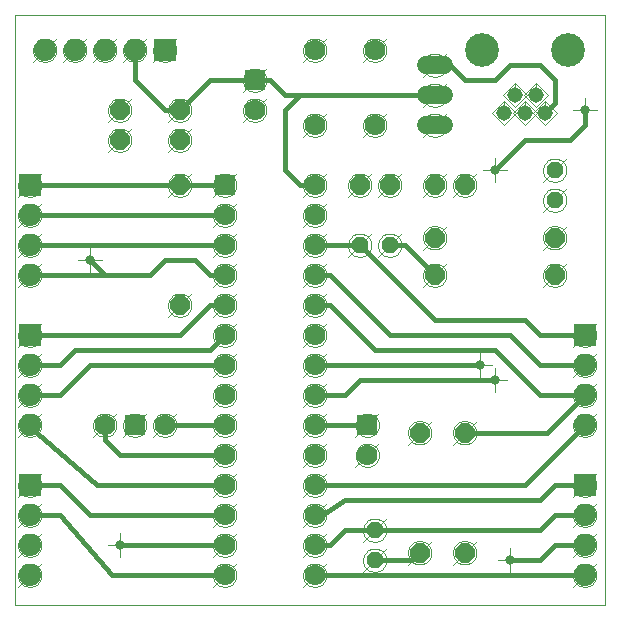
<source format=gtl>
G75*
G70*
%OFA0B0*%
%FSLAX24Y24*%
%IPPOS*%
%LPD*%
%AMOC8*
5,1,8,0,0,1.08239X$1,22.5*
%
%ADD10C,0.0000*%
%ADD11R,0.0740X0.0740*%
%ADD12C,0.0010*%
%ADD13C,0.0740*%
%ADD14C,0.0700*%
%ADD15R,0.0700X0.0700*%
%ADD16OC8,0.0520*%
%ADD17C,0.0600*%
%ADD18C,0.0515*%
%ADD19C,0.1122*%
%ADD20OC8,0.0645*%
%ADD21C,0.0160*%
%ADD22C,0.0317*%
D10*
X000685Y000685D02*
X000685Y020370D01*
X020370Y020370D01*
X020370Y000685D01*
X000685Y000685D01*
D11*
X001185Y004685D03*
X001185Y009685D03*
X001185Y014685D03*
X005685Y019185D03*
X019685Y009685D03*
X019685Y004685D03*
D12*
X019295Y004685D02*
X019297Y004724D01*
X019303Y004762D01*
X019312Y004800D01*
X019326Y004836D01*
X019342Y004872D01*
X019363Y004905D01*
X019386Y004936D01*
X019413Y004964D01*
X019442Y004990D01*
X019473Y005013D01*
X019507Y005032D01*
X019543Y005048D01*
X019579Y005060D01*
X019617Y005069D01*
X019656Y005074D01*
X019695Y005075D01*
X019733Y005072D01*
X019772Y005065D01*
X019809Y005055D01*
X019845Y005040D01*
X019880Y005023D01*
X019913Y005002D01*
X019943Y004977D01*
X019971Y004950D01*
X019996Y004920D01*
X020018Y004888D01*
X020036Y004854D01*
X020051Y004818D01*
X020063Y004781D01*
X020071Y004743D01*
X020075Y004704D01*
X020075Y004666D01*
X020071Y004627D01*
X020063Y004589D01*
X020051Y004552D01*
X020036Y004516D01*
X020018Y004482D01*
X019996Y004450D01*
X019971Y004420D01*
X019943Y004393D01*
X019913Y004368D01*
X019880Y004347D01*
X019845Y004330D01*
X019809Y004315D01*
X019772Y004305D01*
X019733Y004298D01*
X019695Y004295D01*
X019656Y004296D01*
X019617Y004301D01*
X019579Y004310D01*
X019543Y004322D01*
X019507Y004338D01*
X019473Y004357D01*
X019442Y004380D01*
X019413Y004406D01*
X019386Y004434D01*
X019363Y004465D01*
X019342Y004498D01*
X019326Y004534D01*
X019312Y004570D01*
X019303Y004608D01*
X019297Y004646D01*
X019295Y004685D01*
X019285Y004285D02*
X020085Y005085D01*
X019295Y003685D02*
X019297Y003724D01*
X019303Y003762D01*
X019312Y003800D01*
X019326Y003836D01*
X019342Y003872D01*
X019363Y003905D01*
X019386Y003936D01*
X019413Y003964D01*
X019442Y003990D01*
X019473Y004013D01*
X019507Y004032D01*
X019543Y004048D01*
X019579Y004060D01*
X019617Y004069D01*
X019656Y004074D01*
X019695Y004075D01*
X019733Y004072D01*
X019772Y004065D01*
X019809Y004055D01*
X019845Y004040D01*
X019880Y004023D01*
X019913Y004002D01*
X019943Y003977D01*
X019971Y003950D01*
X019996Y003920D01*
X020018Y003888D01*
X020036Y003854D01*
X020051Y003818D01*
X020063Y003781D01*
X020071Y003743D01*
X020075Y003704D01*
X020075Y003666D01*
X020071Y003627D01*
X020063Y003589D01*
X020051Y003552D01*
X020036Y003516D01*
X020018Y003482D01*
X019996Y003450D01*
X019971Y003420D01*
X019943Y003393D01*
X019913Y003368D01*
X019880Y003347D01*
X019845Y003330D01*
X019809Y003315D01*
X019772Y003305D01*
X019733Y003298D01*
X019695Y003295D01*
X019656Y003296D01*
X019617Y003301D01*
X019579Y003310D01*
X019543Y003322D01*
X019507Y003338D01*
X019473Y003357D01*
X019442Y003380D01*
X019413Y003406D01*
X019386Y003434D01*
X019363Y003465D01*
X019342Y003498D01*
X019326Y003534D01*
X019312Y003570D01*
X019303Y003608D01*
X019297Y003646D01*
X019295Y003685D01*
X019285Y003285D02*
X020085Y004085D01*
X019295Y002685D02*
X019297Y002724D01*
X019303Y002762D01*
X019312Y002800D01*
X019326Y002836D01*
X019342Y002872D01*
X019363Y002905D01*
X019386Y002936D01*
X019413Y002964D01*
X019442Y002990D01*
X019473Y003013D01*
X019507Y003032D01*
X019543Y003048D01*
X019579Y003060D01*
X019617Y003069D01*
X019656Y003074D01*
X019695Y003075D01*
X019733Y003072D01*
X019772Y003065D01*
X019809Y003055D01*
X019845Y003040D01*
X019880Y003023D01*
X019913Y003002D01*
X019943Y002977D01*
X019971Y002950D01*
X019996Y002920D01*
X020018Y002888D01*
X020036Y002854D01*
X020051Y002818D01*
X020063Y002781D01*
X020071Y002743D01*
X020075Y002704D01*
X020075Y002666D01*
X020071Y002627D01*
X020063Y002589D01*
X020051Y002552D01*
X020036Y002516D01*
X020018Y002482D01*
X019996Y002450D01*
X019971Y002420D01*
X019943Y002393D01*
X019913Y002368D01*
X019880Y002347D01*
X019845Y002330D01*
X019809Y002315D01*
X019772Y002305D01*
X019733Y002298D01*
X019695Y002295D01*
X019656Y002296D01*
X019617Y002301D01*
X019579Y002310D01*
X019543Y002322D01*
X019507Y002338D01*
X019473Y002357D01*
X019442Y002380D01*
X019413Y002406D01*
X019386Y002434D01*
X019363Y002465D01*
X019342Y002498D01*
X019326Y002534D01*
X019312Y002570D01*
X019303Y002608D01*
X019297Y002646D01*
X019295Y002685D01*
X019285Y002285D02*
X020085Y003085D01*
X019295Y001685D02*
X019297Y001724D01*
X019303Y001762D01*
X019312Y001800D01*
X019326Y001836D01*
X019342Y001872D01*
X019363Y001905D01*
X019386Y001936D01*
X019413Y001964D01*
X019442Y001990D01*
X019473Y002013D01*
X019507Y002032D01*
X019543Y002048D01*
X019579Y002060D01*
X019617Y002069D01*
X019656Y002074D01*
X019695Y002075D01*
X019733Y002072D01*
X019772Y002065D01*
X019809Y002055D01*
X019845Y002040D01*
X019880Y002023D01*
X019913Y002002D01*
X019943Y001977D01*
X019971Y001950D01*
X019996Y001920D01*
X020018Y001888D01*
X020036Y001854D01*
X020051Y001818D01*
X020063Y001781D01*
X020071Y001743D01*
X020075Y001704D01*
X020075Y001666D01*
X020071Y001627D01*
X020063Y001589D01*
X020051Y001552D01*
X020036Y001516D01*
X020018Y001482D01*
X019996Y001450D01*
X019971Y001420D01*
X019943Y001393D01*
X019913Y001368D01*
X019880Y001347D01*
X019845Y001330D01*
X019809Y001315D01*
X019772Y001305D01*
X019733Y001298D01*
X019695Y001295D01*
X019656Y001296D01*
X019617Y001301D01*
X019579Y001310D01*
X019543Y001322D01*
X019507Y001338D01*
X019473Y001357D01*
X019442Y001380D01*
X019413Y001406D01*
X019386Y001434D01*
X019363Y001465D01*
X019342Y001498D01*
X019326Y001534D01*
X019312Y001570D01*
X019303Y001608D01*
X019297Y001646D01*
X019295Y001685D01*
X019285Y001285D02*
X020085Y002085D01*
X017585Y002185D02*
X016785Y002185D01*
X017185Y001785D02*
X017185Y002585D01*
X015295Y002435D02*
X015297Y002474D01*
X015303Y002512D01*
X015312Y002550D01*
X015326Y002586D01*
X015342Y002622D01*
X015363Y002655D01*
X015386Y002686D01*
X015413Y002714D01*
X015442Y002740D01*
X015473Y002763D01*
X015507Y002782D01*
X015543Y002798D01*
X015579Y002810D01*
X015617Y002819D01*
X015656Y002824D01*
X015695Y002825D01*
X015733Y002822D01*
X015772Y002815D01*
X015809Y002805D01*
X015845Y002790D01*
X015880Y002773D01*
X015913Y002752D01*
X015943Y002727D01*
X015971Y002700D01*
X015996Y002670D01*
X016018Y002638D01*
X016036Y002604D01*
X016051Y002568D01*
X016063Y002531D01*
X016071Y002493D01*
X016075Y002454D01*
X016075Y002416D01*
X016071Y002377D01*
X016063Y002339D01*
X016051Y002302D01*
X016036Y002266D01*
X016018Y002232D01*
X015996Y002200D01*
X015971Y002170D01*
X015943Y002143D01*
X015913Y002118D01*
X015880Y002097D01*
X015845Y002080D01*
X015809Y002065D01*
X015772Y002055D01*
X015733Y002048D01*
X015695Y002045D01*
X015656Y002046D01*
X015617Y002051D01*
X015579Y002060D01*
X015543Y002072D01*
X015507Y002088D01*
X015473Y002107D01*
X015442Y002130D01*
X015413Y002156D01*
X015386Y002184D01*
X015363Y002215D01*
X015342Y002248D01*
X015326Y002284D01*
X015312Y002320D01*
X015303Y002358D01*
X015297Y002396D01*
X015295Y002435D01*
X015285Y002035D02*
X016085Y002835D01*
X013795Y002435D02*
X013797Y002474D01*
X013803Y002512D01*
X013812Y002550D01*
X013826Y002586D01*
X013842Y002622D01*
X013863Y002655D01*
X013886Y002686D01*
X013913Y002714D01*
X013942Y002740D01*
X013973Y002763D01*
X014007Y002782D01*
X014043Y002798D01*
X014079Y002810D01*
X014117Y002819D01*
X014156Y002824D01*
X014195Y002825D01*
X014233Y002822D01*
X014272Y002815D01*
X014309Y002805D01*
X014345Y002790D01*
X014380Y002773D01*
X014413Y002752D01*
X014443Y002727D01*
X014471Y002700D01*
X014496Y002670D01*
X014518Y002638D01*
X014536Y002604D01*
X014551Y002568D01*
X014563Y002531D01*
X014571Y002493D01*
X014575Y002454D01*
X014575Y002416D01*
X014571Y002377D01*
X014563Y002339D01*
X014551Y002302D01*
X014536Y002266D01*
X014518Y002232D01*
X014496Y002200D01*
X014471Y002170D01*
X014443Y002143D01*
X014413Y002118D01*
X014380Y002097D01*
X014345Y002080D01*
X014309Y002065D01*
X014272Y002055D01*
X014233Y002048D01*
X014195Y002045D01*
X014156Y002046D01*
X014117Y002051D01*
X014079Y002060D01*
X014043Y002072D01*
X014007Y002088D01*
X013973Y002107D01*
X013942Y002130D01*
X013913Y002156D01*
X013886Y002184D01*
X013863Y002215D01*
X013842Y002248D01*
X013826Y002284D01*
X013812Y002320D01*
X013803Y002358D01*
X013797Y002396D01*
X013795Y002435D01*
X013785Y002035D02*
X014585Y002835D01*
X012295Y003185D02*
X012297Y003224D01*
X012303Y003262D01*
X012312Y003300D01*
X012326Y003336D01*
X012342Y003372D01*
X012363Y003405D01*
X012386Y003436D01*
X012413Y003464D01*
X012442Y003490D01*
X012473Y003513D01*
X012507Y003532D01*
X012543Y003548D01*
X012579Y003560D01*
X012617Y003569D01*
X012656Y003574D01*
X012695Y003575D01*
X012733Y003572D01*
X012772Y003565D01*
X012809Y003555D01*
X012845Y003540D01*
X012880Y003523D01*
X012913Y003502D01*
X012943Y003477D01*
X012971Y003450D01*
X012996Y003420D01*
X013018Y003388D01*
X013036Y003354D01*
X013051Y003318D01*
X013063Y003281D01*
X013071Y003243D01*
X013075Y003204D01*
X013075Y003166D01*
X013071Y003127D01*
X013063Y003089D01*
X013051Y003052D01*
X013036Y003016D01*
X013018Y002982D01*
X012996Y002950D01*
X012971Y002920D01*
X012943Y002893D01*
X012913Y002868D01*
X012880Y002847D01*
X012845Y002830D01*
X012809Y002815D01*
X012772Y002805D01*
X012733Y002798D01*
X012695Y002795D01*
X012656Y002796D01*
X012617Y002801D01*
X012579Y002810D01*
X012543Y002822D01*
X012507Y002838D01*
X012473Y002857D01*
X012442Y002880D01*
X012413Y002906D01*
X012386Y002934D01*
X012363Y002965D01*
X012342Y002998D01*
X012326Y003034D01*
X012312Y003070D01*
X012303Y003108D01*
X012297Y003146D01*
X012295Y003185D01*
X012285Y002785D02*
X013085Y003585D01*
X012295Y002185D02*
X012297Y002224D01*
X012303Y002262D01*
X012312Y002300D01*
X012326Y002336D01*
X012342Y002372D01*
X012363Y002405D01*
X012386Y002436D01*
X012413Y002464D01*
X012442Y002490D01*
X012473Y002513D01*
X012507Y002532D01*
X012543Y002548D01*
X012579Y002560D01*
X012617Y002569D01*
X012656Y002574D01*
X012695Y002575D01*
X012733Y002572D01*
X012772Y002565D01*
X012809Y002555D01*
X012845Y002540D01*
X012880Y002523D01*
X012913Y002502D01*
X012943Y002477D01*
X012971Y002450D01*
X012996Y002420D01*
X013018Y002388D01*
X013036Y002354D01*
X013051Y002318D01*
X013063Y002281D01*
X013071Y002243D01*
X013075Y002204D01*
X013075Y002166D01*
X013071Y002127D01*
X013063Y002089D01*
X013051Y002052D01*
X013036Y002016D01*
X013018Y001982D01*
X012996Y001950D01*
X012971Y001920D01*
X012943Y001893D01*
X012913Y001868D01*
X012880Y001847D01*
X012845Y001830D01*
X012809Y001815D01*
X012772Y001805D01*
X012733Y001798D01*
X012695Y001795D01*
X012656Y001796D01*
X012617Y001801D01*
X012579Y001810D01*
X012543Y001822D01*
X012507Y001838D01*
X012473Y001857D01*
X012442Y001880D01*
X012413Y001906D01*
X012386Y001934D01*
X012363Y001965D01*
X012342Y001998D01*
X012326Y002034D01*
X012312Y002070D01*
X012303Y002108D01*
X012297Y002146D01*
X012295Y002185D01*
X012285Y001785D02*
X013085Y002585D01*
X010295Y002685D02*
X010297Y002724D01*
X010303Y002762D01*
X010312Y002800D01*
X010326Y002836D01*
X010342Y002872D01*
X010363Y002905D01*
X010386Y002936D01*
X010413Y002964D01*
X010442Y002990D01*
X010473Y003013D01*
X010507Y003032D01*
X010543Y003048D01*
X010579Y003060D01*
X010617Y003069D01*
X010656Y003074D01*
X010695Y003075D01*
X010733Y003072D01*
X010772Y003065D01*
X010809Y003055D01*
X010845Y003040D01*
X010880Y003023D01*
X010913Y003002D01*
X010943Y002977D01*
X010971Y002950D01*
X010996Y002920D01*
X011018Y002888D01*
X011036Y002854D01*
X011051Y002818D01*
X011063Y002781D01*
X011071Y002743D01*
X011075Y002704D01*
X011075Y002666D01*
X011071Y002627D01*
X011063Y002589D01*
X011051Y002552D01*
X011036Y002516D01*
X011018Y002482D01*
X010996Y002450D01*
X010971Y002420D01*
X010943Y002393D01*
X010913Y002368D01*
X010880Y002347D01*
X010845Y002330D01*
X010809Y002315D01*
X010772Y002305D01*
X010733Y002298D01*
X010695Y002295D01*
X010656Y002296D01*
X010617Y002301D01*
X010579Y002310D01*
X010543Y002322D01*
X010507Y002338D01*
X010473Y002357D01*
X010442Y002380D01*
X010413Y002406D01*
X010386Y002434D01*
X010363Y002465D01*
X010342Y002498D01*
X010326Y002534D01*
X010312Y002570D01*
X010303Y002608D01*
X010297Y002646D01*
X010295Y002685D01*
X010285Y002285D02*
X011085Y003085D01*
X010295Y003685D02*
X010297Y003724D01*
X010303Y003762D01*
X010312Y003800D01*
X010326Y003836D01*
X010342Y003872D01*
X010363Y003905D01*
X010386Y003936D01*
X010413Y003964D01*
X010442Y003990D01*
X010473Y004013D01*
X010507Y004032D01*
X010543Y004048D01*
X010579Y004060D01*
X010617Y004069D01*
X010656Y004074D01*
X010695Y004075D01*
X010733Y004072D01*
X010772Y004065D01*
X010809Y004055D01*
X010845Y004040D01*
X010880Y004023D01*
X010913Y004002D01*
X010943Y003977D01*
X010971Y003950D01*
X010996Y003920D01*
X011018Y003888D01*
X011036Y003854D01*
X011051Y003818D01*
X011063Y003781D01*
X011071Y003743D01*
X011075Y003704D01*
X011075Y003666D01*
X011071Y003627D01*
X011063Y003589D01*
X011051Y003552D01*
X011036Y003516D01*
X011018Y003482D01*
X010996Y003450D01*
X010971Y003420D01*
X010943Y003393D01*
X010913Y003368D01*
X010880Y003347D01*
X010845Y003330D01*
X010809Y003315D01*
X010772Y003305D01*
X010733Y003298D01*
X010695Y003295D01*
X010656Y003296D01*
X010617Y003301D01*
X010579Y003310D01*
X010543Y003322D01*
X010507Y003338D01*
X010473Y003357D01*
X010442Y003380D01*
X010413Y003406D01*
X010386Y003434D01*
X010363Y003465D01*
X010342Y003498D01*
X010326Y003534D01*
X010312Y003570D01*
X010303Y003608D01*
X010297Y003646D01*
X010295Y003685D01*
X010285Y003285D02*
X011085Y004085D01*
X010295Y004685D02*
X010297Y004724D01*
X010303Y004762D01*
X010312Y004800D01*
X010326Y004836D01*
X010342Y004872D01*
X010363Y004905D01*
X010386Y004936D01*
X010413Y004964D01*
X010442Y004990D01*
X010473Y005013D01*
X010507Y005032D01*
X010543Y005048D01*
X010579Y005060D01*
X010617Y005069D01*
X010656Y005074D01*
X010695Y005075D01*
X010733Y005072D01*
X010772Y005065D01*
X010809Y005055D01*
X010845Y005040D01*
X010880Y005023D01*
X010913Y005002D01*
X010943Y004977D01*
X010971Y004950D01*
X010996Y004920D01*
X011018Y004888D01*
X011036Y004854D01*
X011051Y004818D01*
X011063Y004781D01*
X011071Y004743D01*
X011075Y004704D01*
X011075Y004666D01*
X011071Y004627D01*
X011063Y004589D01*
X011051Y004552D01*
X011036Y004516D01*
X011018Y004482D01*
X010996Y004450D01*
X010971Y004420D01*
X010943Y004393D01*
X010913Y004368D01*
X010880Y004347D01*
X010845Y004330D01*
X010809Y004315D01*
X010772Y004305D01*
X010733Y004298D01*
X010695Y004295D01*
X010656Y004296D01*
X010617Y004301D01*
X010579Y004310D01*
X010543Y004322D01*
X010507Y004338D01*
X010473Y004357D01*
X010442Y004380D01*
X010413Y004406D01*
X010386Y004434D01*
X010363Y004465D01*
X010342Y004498D01*
X010326Y004534D01*
X010312Y004570D01*
X010303Y004608D01*
X010297Y004646D01*
X010295Y004685D01*
X010285Y004285D02*
X011085Y005085D01*
X010295Y005685D02*
X010297Y005724D01*
X010303Y005762D01*
X010312Y005800D01*
X010326Y005836D01*
X010342Y005872D01*
X010363Y005905D01*
X010386Y005936D01*
X010413Y005964D01*
X010442Y005990D01*
X010473Y006013D01*
X010507Y006032D01*
X010543Y006048D01*
X010579Y006060D01*
X010617Y006069D01*
X010656Y006074D01*
X010695Y006075D01*
X010733Y006072D01*
X010772Y006065D01*
X010809Y006055D01*
X010845Y006040D01*
X010880Y006023D01*
X010913Y006002D01*
X010943Y005977D01*
X010971Y005950D01*
X010996Y005920D01*
X011018Y005888D01*
X011036Y005854D01*
X011051Y005818D01*
X011063Y005781D01*
X011071Y005743D01*
X011075Y005704D01*
X011075Y005666D01*
X011071Y005627D01*
X011063Y005589D01*
X011051Y005552D01*
X011036Y005516D01*
X011018Y005482D01*
X010996Y005450D01*
X010971Y005420D01*
X010943Y005393D01*
X010913Y005368D01*
X010880Y005347D01*
X010845Y005330D01*
X010809Y005315D01*
X010772Y005305D01*
X010733Y005298D01*
X010695Y005295D01*
X010656Y005296D01*
X010617Y005301D01*
X010579Y005310D01*
X010543Y005322D01*
X010507Y005338D01*
X010473Y005357D01*
X010442Y005380D01*
X010413Y005406D01*
X010386Y005434D01*
X010363Y005465D01*
X010342Y005498D01*
X010326Y005534D01*
X010312Y005570D01*
X010303Y005608D01*
X010297Y005646D01*
X010295Y005685D01*
X010285Y005285D02*
X011085Y006085D01*
X010295Y006685D02*
X010297Y006724D01*
X010303Y006762D01*
X010312Y006800D01*
X010326Y006836D01*
X010342Y006872D01*
X010363Y006905D01*
X010386Y006936D01*
X010413Y006964D01*
X010442Y006990D01*
X010473Y007013D01*
X010507Y007032D01*
X010543Y007048D01*
X010579Y007060D01*
X010617Y007069D01*
X010656Y007074D01*
X010695Y007075D01*
X010733Y007072D01*
X010772Y007065D01*
X010809Y007055D01*
X010845Y007040D01*
X010880Y007023D01*
X010913Y007002D01*
X010943Y006977D01*
X010971Y006950D01*
X010996Y006920D01*
X011018Y006888D01*
X011036Y006854D01*
X011051Y006818D01*
X011063Y006781D01*
X011071Y006743D01*
X011075Y006704D01*
X011075Y006666D01*
X011071Y006627D01*
X011063Y006589D01*
X011051Y006552D01*
X011036Y006516D01*
X011018Y006482D01*
X010996Y006450D01*
X010971Y006420D01*
X010943Y006393D01*
X010913Y006368D01*
X010880Y006347D01*
X010845Y006330D01*
X010809Y006315D01*
X010772Y006305D01*
X010733Y006298D01*
X010695Y006295D01*
X010656Y006296D01*
X010617Y006301D01*
X010579Y006310D01*
X010543Y006322D01*
X010507Y006338D01*
X010473Y006357D01*
X010442Y006380D01*
X010413Y006406D01*
X010386Y006434D01*
X010363Y006465D01*
X010342Y006498D01*
X010326Y006534D01*
X010312Y006570D01*
X010303Y006608D01*
X010297Y006646D01*
X010295Y006685D01*
X010285Y006285D02*
X011085Y007085D01*
X010295Y007685D02*
X010297Y007724D01*
X010303Y007762D01*
X010312Y007800D01*
X010326Y007836D01*
X010342Y007872D01*
X010363Y007905D01*
X010386Y007936D01*
X010413Y007964D01*
X010442Y007990D01*
X010473Y008013D01*
X010507Y008032D01*
X010543Y008048D01*
X010579Y008060D01*
X010617Y008069D01*
X010656Y008074D01*
X010695Y008075D01*
X010733Y008072D01*
X010772Y008065D01*
X010809Y008055D01*
X010845Y008040D01*
X010880Y008023D01*
X010913Y008002D01*
X010943Y007977D01*
X010971Y007950D01*
X010996Y007920D01*
X011018Y007888D01*
X011036Y007854D01*
X011051Y007818D01*
X011063Y007781D01*
X011071Y007743D01*
X011075Y007704D01*
X011075Y007666D01*
X011071Y007627D01*
X011063Y007589D01*
X011051Y007552D01*
X011036Y007516D01*
X011018Y007482D01*
X010996Y007450D01*
X010971Y007420D01*
X010943Y007393D01*
X010913Y007368D01*
X010880Y007347D01*
X010845Y007330D01*
X010809Y007315D01*
X010772Y007305D01*
X010733Y007298D01*
X010695Y007295D01*
X010656Y007296D01*
X010617Y007301D01*
X010579Y007310D01*
X010543Y007322D01*
X010507Y007338D01*
X010473Y007357D01*
X010442Y007380D01*
X010413Y007406D01*
X010386Y007434D01*
X010363Y007465D01*
X010342Y007498D01*
X010326Y007534D01*
X010312Y007570D01*
X010303Y007608D01*
X010297Y007646D01*
X010295Y007685D01*
X010285Y007285D02*
X011085Y008085D01*
X010295Y008685D02*
X010297Y008724D01*
X010303Y008762D01*
X010312Y008800D01*
X010326Y008836D01*
X010342Y008872D01*
X010363Y008905D01*
X010386Y008936D01*
X010413Y008964D01*
X010442Y008990D01*
X010473Y009013D01*
X010507Y009032D01*
X010543Y009048D01*
X010579Y009060D01*
X010617Y009069D01*
X010656Y009074D01*
X010695Y009075D01*
X010733Y009072D01*
X010772Y009065D01*
X010809Y009055D01*
X010845Y009040D01*
X010880Y009023D01*
X010913Y009002D01*
X010943Y008977D01*
X010971Y008950D01*
X010996Y008920D01*
X011018Y008888D01*
X011036Y008854D01*
X011051Y008818D01*
X011063Y008781D01*
X011071Y008743D01*
X011075Y008704D01*
X011075Y008666D01*
X011071Y008627D01*
X011063Y008589D01*
X011051Y008552D01*
X011036Y008516D01*
X011018Y008482D01*
X010996Y008450D01*
X010971Y008420D01*
X010943Y008393D01*
X010913Y008368D01*
X010880Y008347D01*
X010845Y008330D01*
X010809Y008315D01*
X010772Y008305D01*
X010733Y008298D01*
X010695Y008295D01*
X010656Y008296D01*
X010617Y008301D01*
X010579Y008310D01*
X010543Y008322D01*
X010507Y008338D01*
X010473Y008357D01*
X010442Y008380D01*
X010413Y008406D01*
X010386Y008434D01*
X010363Y008465D01*
X010342Y008498D01*
X010326Y008534D01*
X010312Y008570D01*
X010303Y008608D01*
X010297Y008646D01*
X010295Y008685D01*
X010285Y008285D02*
X011085Y009085D01*
X010295Y009685D02*
X010297Y009724D01*
X010303Y009762D01*
X010312Y009800D01*
X010326Y009836D01*
X010342Y009872D01*
X010363Y009905D01*
X010386Y009936D01*
X010413Y009964D01*
X010442Y009990D01*
X010473Y010013D01*
X010507Y010032D01*
X010543Y010048D01*
X010579Y010060D01*
X010617Y010069D01*
X010656Y010074D01*
X010695Y010075D01*
X010733Y010072D01*
X010772Y010065D01*
X010809Y010055D01*
X010845Y010040D01*
X010880Y010023D01*
X010913Y010002D01*
X010943Y009977D01*
X010971Y009950D01*
X010996Y009920D01*
X011018Y009888D01*
X011036Y009854D01*
X011051Y009818D01*
X011063Y009781D01*
X011071Y009743D01*
X011075Y009704D01*
X011075Y009666D01*
X011071Y009627D01*
X011063Y009589D01*
X011051Y009552D01*
X011036Y009516D01*
X011018Y009482D01*
X010996Y009450D01*
X010971Y009420D01*
X010943Y009393D01*
X010913Y009368D01*
X010880Y009347D01*
X010845Y009330D01*
X010809Y009315D01*
X010772Y009305D01*
X010733Y009298D01*
X010695Y009295D01*
X010656Y009296D01*
X010617Y009301D01*
X010579Y009310D01*
X010543Y009322D01*
X010507Y009338D01*
X010473Y009357D01*
X010442Y009380D01*
X010413Y009406D01*
X010386Y009434D01*
X010363Y009465D01*
X010342Y009498D01*
X010326Y009534D01*
X010312Y009570D01*
X010303Y009608D01*
X010297Y009646D01*
X010295Y009685D01*
X010285Y009285D02*
X011085Y010085D01*
X010295Y010685D02*
X010297Y010724D01*
X010303Y010762D01*
X010312Y010800D01*
X010326Y010836D01*
X010342Y010872D01*
X010363Y010905D01*
X010386Y010936D01*
X010413Y010964D01*
X010442Y010990D01*
X010473Y011013D01*
X010507Y011032D01*
X010543Y011048D01*
X010579Y011060D01*
X010617Y011069D01*
X010656Y011074D01*
X010695Y011075D01*
X010733Y011072D01*
X010772Y011065D01*
X010809Y011055D01*
X010845Y011040D01*
X010880Y011023D01*
X010913Y011002D01*
X010943Y010977D01*
X010971Y010950D01*
X010996Y010920D01*
X011018Y010888D01*
X011036Y010854D01*
X011051Y010818D01*
X011063Y010781D01*
X011071Y010743D01*
X011075Y010704D01*
X011075Y010666D01*
X011071Y010627D01*
X011063Y010589D01*
X011051Y010552D01*
X011036Y010516D01*
X011018Y010482D01*
X010996Y010450D01*
X010971Y010420D01*
X010943Y010393D01*
X010913Y010368D01*
X010880Y010347D01*
X010845Y010330D01*
X010809Y010315D01*
X010772Y010305D01*
X010733Y010298D01*
X010695Y010295D01*
X010656Y010296D01*
X010617Y010301D01*
X010579Y010310D01*
X010543Y010322D01*
X010507Y010338D01*
X010473Y010357D01*
X010442Y010380D01*
X010413Y010406D01*
X010386Y010434D01*
X010363Y010465D01*
X010342Y010498D01*
X010326Y010534D01*
X010312Y010570D01*
X010303Y010608D01*
X010297Y010646D01*
X010295Y010685D01*
X010285Y010285D02*
X011085Y011085D01*
X010295Y011685D02*
X010297Y011724D01*
X010303Y011762D01*
X010312Y011800D01*
X010326Y011836D01*
X010342Y011872D01*
X010363Y011905D01*
X010386Y011936D01*
X010413Y011964D01*
X010442Y011990D01*
X010473Y012013D01*
X010507Y012032D01*
X010543Y012048D01*
X010579Y012060D01*
X010617Y012069D01*
X010656Y012074D01*
X010695Y012075D01*
X010733Y012072D01*
X010772Y012065D01*
X010809Y012055D01*
X010845Y012040D01*
X010880Y012023D01*
X010913Y012002D01*
X010943Y011977D01*
X010971Y011950D01*
X010996Y011920D01*
X011018Y011888D01*
X011036Y011854D01*
X011051Y011818D01*
X011063Y011781D01*
X011071Y011743D01*
X011075Y011704D01*
X011075Y011666D01*
X011071Y011627D01*
X011063Y011589D01*
X011051Y011552D01*
X011036Y011516D01*
X011018Y011482D01*
X010996Y011450D01*
X010971Y011420D01*
X010943Y011393D01*
X010913Y011368D01*
X010880Y011347D01*
X010845Y011330D01*
X010809Y011315D01*
X010772Y011305D01*
X010733Y011298D01*
X010695Y011295D01*
X010656Y011296D01*
X010617Y011301D01*
X010579Y011310D01*
X010543Y011322D01*
X010507Y011338D01*
X010473Y011357D01*
X010442Y011380D01*
X010413Y011406D01*
X010386Y011434D01*
X010363Y011465D01*
X010342Y011498D01*
X010326Y011534D01*
X010312Y011570D01*
X010303Y011608D01*
X010297Y011646D01*
X010295Y011685D01*
X010285Y011285D02*
X011085Y012085D01*
X010295Y012685D02*
X010297Y012724D01*
X010303Y012762D01*
X010312Y012800D01*
X010326Y012836D01*
X010342Y012872D01*
X010363Y012905D01*
X010386Y012936D01*
X010413Y012964D01*
X010442Y012990D01*
X010473Y013013D01*
X010507Y013032D01*
X010543Y013048D01*
X010579Y013060D01*
X010617Y013069D01*
X010656Y013074D01*
X010695Y013075D01*
X010733Y013072D01*
X010772Y013065D01*
X010809Y013055D01*
X010845Y013040D01*
X010880Y013023D01*
X010913Y013002D01*
X010943Y012977D01*
X010971Y012950D01*
X010996Y012920D01*
X011018Y012888D01*
X011036Y012854D01*
X011051Y012818D01*
X011063Y012781D01*
X011071Y012743D01*
X011075Y012704D01*
X011075Y012666D01*
X011071Y012627D01*
X011063Y012589D01*
X011051Y012552D01*
X011036Y012516D01*
X011018Y012482D01*
X010996Y012450D01*
X010971Y012420D01*
X010943Y012393D01*
X010913Y012368D01*
X010880Y012347D01*
X010845Y012330D01*
X010809Y012315D01*
X010772Y012305D01*
X010733Y012298D01*
X010695Y012295D01*
X010656Y012296D01*
X010617Y012301D01*
X010579Y012310D01*
X010543Y012322D01*
X010507Y012338D01*
X010473Y012357D01*
X010442Y012380D01*
X010413Y012406D01*
X010386Y012434D01*
X010363Y012465D01*
X010342Y012498D01*
X010326Y012534D01*
X010312Y012570D01*
X010303Y012608D01*
X010297Y012646D01*
X010295Y012685D01*
X010285Y012285D02*
X011085Y013085D01*
X010295Y013685D02*
X010297Y013724D01*
X010303Y013762D01*
X010312Y013800D01*
X010326Y013836D01*
X010342Y013872D01*
X010363Y013905D01*
X010386Y013936D01*
X010413Y013964D01*
X010442Y013990D01*
X010473Y014013D01*
X010507Y014032D01*
X010543Y014048D01*
X010579Y014060D01*
X010617Y014069D01*
X010656Y014074D01*
X010695Y014075D01*
X010733Y014072D01*
X010772Y014065D01*
X010809Y014055D01*
X010845Y014040D01*
X010880Y014023D01*
X010913Y014002D01*
X010943Y013977D01*
X010971Y013950D01*
X010996Y013920D01*
X011018Y013888D01*
X011036Y013854D01*
X011051Y013818D01*
X011063Y013781D01*
X011071Y013743D01*
X011075Y013704D01*
X011075Y013666D01*
X011071Y013627D01*
X011063Y013589D01*
X011051Y013552D01*
X011036Y013516D01*
X011018Y013482D01*
X010996Y013450D01*
X010971Y013420D01*
X010943Y013393D01*
X010913Y013368D01*
X010880Y013347D01*
X010845Y013330D01*
X010809Y013315D01*
X010772Y013305D01*
X010733Y013298D01*
X010695Y013295D01*
X010656Y013296D01*
X010617Y013301D01*
X010579Y013310D01*
X010543Y013322D01*
X010507Y013338D01*
X010473Y013357D01*
X010442Y013380D01*
X010413Y013406D01*
X010386Y013434D01*
X010363Y013465D01*
X010342Y013498D01*
X010326Y013534D01*
X010312Y013570D01*
X010303Y013608D01*
X010297Y013646D01*
X010295Y013685D01*
X010285Y013285D02*
X011085Y014085D01*
X010295Y014685D02*
X010297Y014724D01*
X010303Y014762D01*
X010312Y014800D01*
X010326Y014836D01*
X010342Y014872D01*
X010363Y014905D01*
X010386Y014936D01*
X010413Y014964D01*
X010442Y014990D01*
X010473Y015013D01*
X010507Y015032D01*
X010543Y015048D01*
X010579Y015060D01*
X010617Y015069D01*
X010656Y015074D01*
X010695Y015075D01*
X010733Y015072D01*
X010772Y015065D01*
X010809Y015055D01*
X010845Y015040D01*
X010880Y015023D01*
X010913Y015002D01*
X010943Y014977D01*
X010971Y014950D01*
X010996Y014920D01*
X011018Y014888D01*
X011036Y014854D01*
X011051Y014818D01*
X011063Y014781D01*
X011071Y014743D01*
X011075Y014704D01*
X011075Y014666D01*
X011071Y014627D01*
X011063Y014589D01*
X011051Y014552D01*
X011036Y014516D01*
X011018Y014482D01*
X010996Y014450D01*
X010971Y014420D01*
X010943Y014393D01*
X010913Y014368D01*
X010880Y014347D01*
X010845Y014330D01*
X010809Y014315D01*
X010772Y014305D01*
X010733Y014298D01*
X010695Y014295D01*
X010656Y014296D01*
X010617Y014301D01*
X010579Y014310D01*
X010543Y014322D01*
X010507Y014338D01*
X010473Y014357D01*
X010442Y014380D01*
X010413Y014406D01*
X010386Y014434D01*
X010363Y014465D01*
X010342Y014498D01*
X010326Y014534D01*
X010312Y014570D01*
X010303Y014608D01*
X010297Y014646D01*
X010295Y014685D01*
X010285Y014285D02*
X011085Y015085D01*
X011795Y014685D02*
X011797Y014724D01*
X011803Y014762D01*
X011812Y014800D01*
X011826Y014836D01*
X011842Y014872D01*
X011863Y014905D01*
X011886Y014936D01*
X011913Y014964D01*
X011942Y014990D01*
X011973Y015013D01*
X012007Y015032D01*
X012043Y015048D01*
X012079Y015060D01*
X012117Y015069D01*
X012156Y015074D01*
X012195Y015075D01*
X012233Y015072D01*
X012272Y015065D01*
X012309Y015055D01*
X012345Y015040D01*
X012380Y015023D01*
X012413Y015002D01*
X012443Y014977D01*
X012471Y014950D01*
X012496Y014920D01*
X012518Y014888D01*
X012536Y014854D01*
X012551Y014818D01*
X012563Y014781D01*
X012571Y014743D01*
X012575Y014704D01*
X012575Y014666D01*
X012571Y014627D01*
X012563Y014589D01*
X012551Y014552D01*
X012536Y014516D01*
X012518Y014482D01*
X012496Y014450D01*
X012471Y014420D01*
X012443Y014393D01*
X012413Y014368D01*
X012380Y014347D01*
X012345Y014330D01*
X012309Y014315D01*
X012272Y014305D01*
X012233Y014298D01*
X012195Y014295D01*
X012156Y014296D01*
X012117Y014301D01*
X012079Y014310D01*
X012043Y014322D01*
X012007Y014338D01*
X011973Y014357D01*
X011942Y014380D01*
X011913Y014406D01*
X011886Y014434D01*
X011863Y014465D01*
X011842Y014498D01*
X011826Y014534D01*
X011812Y014570D01*
X011803Y014608D01*
X011797Y014646D01*
X011795Y014685D01*
X011785Y014285D02*
X012585Y015085D01*
X012795Y014685D02*
X012797Y014724D01*
X012803Y014762D01*
X012812Y014800D01*
X012826Y014836D01*
X012842Y014872D01*
X012863Y014905D01*
X012886Y014936D01*
X012913Y014964D01*
X012942Y014990D01*
X012973Y015013D01*
X013007Y015032D01*
X013043Y015048D01*
X013079Y015060D01*
X013117Y015069D01*
X013156Y015074D01*
X013195Y015075D01*
X013233Y015072D01*
X013272Y015065D01*
X013309Y015055D01*
X013345Y015040D01*
X013380Y015023D01*
X013413Y015002D01*
X013443Y014977D01*
X013471Y014950D01*
X013496Y014920D01*
X013518Y014888D01*
X013536Y014854D01*
X013551Y014818D01*
X013563Y014781D01*
X013571Y014743D01*
X013575Y014704D01*
X013575Y014666D01*
X013571Y014627D01*
X013563Y014589D01*
X013551Y014552D01*
X013536Y014516D01*
X013518Y014482D01*
X013496Y014450D01*
X013471Y014420D01*
X013443Y014393D01*
X013413Y014368D01*
X013380Y014347D01*
X013345Y014330D01*
X013309Y014315D01*
X013272Y014305D01*
X013233Y014298D01*
X013195Y014295D01*
X013156Y014296D01*
X013117Y014301D01*
X013079Y014310D01*
X013043Y014322D01*
X013007Y014338D01*
X012973Y014357D01*
X012942Y014380D01*
X012913Y014406D01*
X012886Y014434D01*
X012863Y014465D01*
X012842Y014498D01*
X012826Y014534D01*
X012812Y014570D01*
X012803Y014608D01*
X012797Y014646D01*
X012795Y014685D01*
X012785Y014285D02*
X013585Y015085D01*
X014295Y014685D02*
X014297Y014724D01*
X014303Y014762D01*
X014312Y014800D01*
X014326Y014836D01*
X014342Y014872D01*
X014363Y014905D01*
X014386Y014936D01*
X014413Y014964D01*
X014442Y014990D01*
X014473Y015013D01*
X014507Y015032D01*
X014543Y015048D01*
X014579Y015060D01*
X014617Y015069D01*
X014656Y015074D01*
X014695Y015075D01*
X014733Y015072D01*
X014772Y015065D01*
X014809Y015055D01*
X014845Y015040D01*
X014880Y015023D01*
X014913Y015002D01*
X014943Y014977D01*
X014971Y014950D01*
X014996Y014920D01*
X015018Y014888D01*
X015036Y014854D01*
X015051Y014818D01*
X015063Y014781D01*
X015071Y014743D01*
X015075Y014704D01*
X015075Y014666D01*
X015071Y014627D01*
X015063Y014589D01*
X015051Y014552D01*
X015036Y014516D01*
X015018Y014482D01*
X014996Y014450D01*
X014971Y014420D01*
X014943Y014393D01*
X014913Y014368D01*
X014880Y014347D01*
X014845Y014330D01*
X014809Y014315D01*
X014772Y014305D01*
X014733Y014298D01*
X014695Y014295D01*
X014656Y014296D01*
X014617Y014301D01*
X014579Y014310D01*
X014543Y014322D01*
X014507Y014338D01*
X014473Y014357D01*
X014442Y014380D01*
X014413Y014406D01*
X014386Y014434D01*
X014363Y014465D01*
X014342Y014498D01*
X014326Y014534D01*
X014312Y014570D01*
X014303Y014608D01*
X014297Y014646D01*
X014295Y014685D01*
X014285Y014285D02*
X015085Y015085D01*
X015295Y014685D02*
X015297Y014724D01*
X015303Y014762D01*
X015312Y014800D01*
X015326Y014836D01*
X015342Y014872D01*
X015363Y014905D01*
X015386Y014936D01*
X015413Y014964D01*
X015442Y014990D01*
X015473Y015013D01*
X015507Y015032D01*
X015543Y015048D01*
X015579Y015060D01*
X015617Y015069D01*
X015656Y015074D01*
X015695Y015075D01*
X015733Y015072D01*
X015772Y015065D01*
X015809Y015055D01*
X015845Y015040D01*
X015880Y015023D01*
X015913Y015002D01*
X015943Y014977D01*
X015971Y014950D01*
X015996Y014920D01*
X016018Y014888D01*
X016036Y014854D01*
X016051Y014818D01*
X016063Y014781D01*
X016071Y014743D01*
X016075Y014704D01*
X016075Y014666D01*
X016071Y014627D01*
X016063Y014589D01*
X016051Y014552D01*
X016036Y014516D01*
X016018Y014482D01*
X015996Y014450D01*
X015971Y014420D01*
X015943Y014393D01*
X015913Y014368D01*
X015880Y014347D01*
X015845Y014330D01*
X015809Y014315D01*
X015772Y014305D01*
X015733Y014298D01*
X015695Y014295D01*
X015656Y014296D01*
X015617Y014301D01*
X015579Y014310D01*
X015543Y014322D01*
X015507Y014338D01*
X015473Y014357D01*
X015442Y014380D01*
X015413Y014406D01*
X015386Y014434D01*
X015363Y014465D01*
X015342Y014498D01*
X015326Y014534D01*
X015312Y014570D01*
X015303Y014608D01*
X015297Y014646D01*
X015295Y014685D01*
X015285Y014285D02*
X016085Y015085D01*
X016285Y015185D02*
X017085Y015185D01*
X016685Y014785D02*
X016685Y015585D01*
X016985Y017085D02*
X016985Y017485D01*
X017385Y017085D01*
X016985Y016685D01*
X016585Y017085D01*
X016985Y017485D01*
X017355Y017705D02*
X017355Y018105D01*
X017755Y017705D01*
X017355Y017305D01*
X016955Y017705D01*
X017355Y018105D01*
X018045Y018105D02*
X018045Y017705D01*
X018045Y018105D02*
X018445Y017705D01*
X018045Y017305D01*
X017645Y017705D01*
X018045Y018105D01*
X018355Y017485D02*
X018355Y017085D01*
X018355Y017485D02*
X018755Y017085D01*
X018355Y016685D01*
X017955Y017085D01*
X018355Y017485D01*
X017685Y017485D02*
X017685Y017085D01*
X017685Y017485D02*
X018085Y017085D01*
X017685Y016685D01*
X017285Y017085D01*
X017685Y017485D01*
X015858Y019185D02*
X015860Y019224D01*
X015866Y019262D01*
X015875Y019300D01*
X015889Y019336D01*
X015905Y019372D01*
X015926Y019405D01*
X015949Y019436D01*
X015976Y019464D01*
X016005Y019490D01*
X016036Y019513D01*
X016070Y019532D01*
X016106Y019548D01*
X016142Y019560D01*
X016180Y019569D01*
X016219Y019574D01*
X016258Y019575D01*
X016296Y019572D01*
X016335Y019565D01*
X016372Y019555D01*
X016408Y019540D01*
X016443Y019523D01*
X016476Y019502D01*
X016506Y019477D01*
X016534Y019450D01*
X016559Y019420D01*
X016581Y019388D01*
X016599Y019354D01*
X016614Y019318D01*
X016626Y019281D01*
X016634Y019243D01*
X016638Y019204D01*
X016638Y019166D01*
X016634Y019127D01*
X016626Y019089D01*
X016614Y019052D01*
X016599Y019016D01*
X016581Y018982D01*
X016559Y018950D01*
X016534Y018920D01*
X016506Y018893D01*
X016476Y018868D01*
X016443Y018847D01*
X016408Y018830D01*
X016372Y018815D01*
X016335Y018805D01*
X016296Y018798D01*
X016258Y018795D01*
X016219Y018796D01*
X016180Y018801D01*
X016142Y018810D01*
X016106Y018822D01*
X016070Y018838D01*
X016036Y018857D01*
X016005Y018880D01*
X015976Y018906D01*
X015949Y018934D01*
X015926Y018965D01*
X015905Y018998D01*
X015889Y019034D01*
X015875Y019070D01*
X015866Y019108D01*
X015860Y019146D01*
X015858Y019185D01*
X015848Y018785D02*
X016648Y019585D01*
X014295Y018685D02*
X014297Y018724D01*
X014303Y018762D01*
X014312Y018800D01*
X014326Y018836D01*
X014342Y018872D01*
X014363Y018905D01*
X014386Y018936D01*
X014413Y018964D01*
X014442Y018990D01*
X014473Y019013D01*
X014507Y019032D01*
X014543Y019048D01*
X014579Y019060D01*
X014617Y019069D01*
X014656Y019074D01*
X014695Y019075D01*
X014733Y019072D01*
X014772Y019065D01*
X014809Y019055D01*
X014845Y019040D01*
X014880Y019023D01*
X014913Y019002D01*
X014943Y018977D01*
X014971Y018950D01*
X014996Y018920D01*
X015018Y018888D01*
X015036Y018854D01*
X015051Y018818D01*
X015063Y018781D01*
X015071Y018743D01*
X015075Y018704D01*
X015075Y018666D01*
X015071Y018627D01*
X015063Y018589D01*
X015051Y018552D01*
X015036Y018516D01*
X015018Y018482D01*
X014996Y018450D01*
X014971Y018420D01*
X014943Y018393D01*
X014913Y018368D01*
X014880Y018347D01*
X014845Y018330D01*
X014809Y018315D01*
X014772Y018305D01*
X014733Y018298D01*
X014695Y018295D01*
X014656Y018296D01*
X014617Y018301D01*
X014579Y018310D01*
X014543Y018322D01*
X014507Y018338D01*
X014473Y018357D01*
X014442Y018380D01*
X014413Y018406D01*
X014386Y018434D01*
X014363Y018465D01*
X014342Y018498D01*
X014326Y018534D01*
X014312Y018570D01*
X014303Y018608D01*
X014297Y018646D01*
X014295Y018685D01*
X014285Y018285D02*
X015085Y019085D01*
X014295Y017685D02*
X014297Y017724D01*
X014303Y017762D01*
X014312Y017800D01*
X014326Y017836D01*
X014342Y017872D01*
X014363Y017905D01*
X014386Y017936D01*
X014413Y017964D01*
X014442Y017990D01*
X014473Y018013D01*
X014507Y018032D01*
X014543Y018048D01*
X014579Y018060D01*
X014617Y018069D01*
X014656Y018074D01*
X014695Y018075D01*
X014733Y018072D01*
X014772Y018065D01*
X014809Y018055D01*
X014845Y018040D01*
X014880Y018023D01*
X014913Y018002D01*
X014943Y017977D01*
X014971Y017950D01*
X014996Y017920D01*
X015018Y017888D01*
X015036Y017854D01*
X015051Y017818D01*
X015063Y017781D01*
X015071Y017743D01*
X015075Y017704D01*
X015075Y017666D01*
X015071Y017627D01*
X015063Y017589D01*
X015051Y017552D01*
X015036Y017516D01*
X015018Y017482D01*
X014996Y017450D01*
X014971Y017420D01*
X014943Y017393D01*
X014913Y017368D01*
X014880Y017347D01*
X014845Y017330D01*
X014809Y017315D01*
X014772Y017305D01*
X014733Y017298D01*
X014695Y017295D01*
X014656Y017296D01*
X014617Y017301D01*
X014579Y017310D01*
X014543Y017322D01*
X014507Y017338D01*
X014473Y017357D01*
X014442Y017380D01*
X014413Y017406D01*
X014386Y017434D01*
X014363Y017465D01*
X014342Y017498D01*
X014326Y017534D01*
X014312Y017570D01*
X014303Y017608D01*
X014297Y017646D01*
X014295Y017685D01*
X014285Y017285D02*
X015085Y018085D01*
X014295Y016685D02*
X014297Y016724D01*
X014303Y016762D01*
X014312Y016800D01*
X014326Y016836D01*
X014342Y016872D01*
X014363Y016905D01*
X014386Y016936D01*
X014413Y016964D01*
X014442Y016990D01*
X014473Y017013D01*
X014507Y017032D01*
X014543Y017048D01*
X014579Y017060D01*
X014617Y017069D01*
X014656Y017074D01*
X014695Y017075D01*
X014733Y017072D01*
X014772Y017065D01*
X014809Y017055D01*
X014845Y017040D01*
X014880Y017023D01*
X014913Y017002D01*
X014943Y016977D01*
X014971Y016950D01*
X014996Y016920D01*
X015018Y016888D01*
X015036Y016854D01*
X015051Y016818D01*
X015063Y016781D01*
X015071Y016743D01*
X015075Y016704D01*
X015075Y016666D01*
X015071Y016627D01*
X015063Y016589D01*
X015051Y016552D01*
X015036Y016516D01*
X015018Y016482D01*
X014996Y016450D01*
X014971Y016420D01*
X014943Y016393D01*
X014913Y016368D01*
X014880Y016347D01*
X014845Y016330D01*
X014809Y016315D01*
X014772Y016305D01*
X014733Y016298D01*
X014695Y016295D01*
X014656Y016296D01*
X014617Y016301D01*
X014579Y016310D01*
X014543Y016322D01*
X014507Y016338D01*
X014473Y016357D01*
X014442Y016380D01*
X014413Y016406D01*
X014386Y016434D01*
X014363Y016465D01*
X014342Y016498D01*
X014326Y016534D01*
X014312Y016570D01*
X014303Y016608D01*
X014297Y016646D01*
X014295Y016685D01*
X014285Y016285D02*
X015085Y017085D01*
X012295Y016685D02*
X012297Y016724D01*
X012303Y016762D01*
X012312Y016800D01*
X012326Y016836D01*
X012342Y016872D01*
X012363Y016905D01*
X012386Y016936D01*
X012413Y016964D01*
X012442Y016990D01*
X012473Y017013D01*
X012507Y017032D01*
X012543Y017048D01*
X012579Y017060D01*
X012617Y017069D01*
X012656Y017074D01*
X012695Y017075D01*
X012733Y017072D01*
X012772Y017065D01*
X012809Y017055D01*
X012845Y017040D01*
X012880Y017023D01*
X012913Y017002D01*
X012943Y016977D01*
X012971Y016950D01*
X012996Y016920D01*
X013018Y016888D01*
X013036Y016854D01*
X013051Y016818D01*
X013063Y016781D01*
X013071Y016743D01*
X013075Y016704D01*
X013075Y016666D01*
X013071Y016627D01*
X013063Y016589D01*
X013051Y016552D01*
X013036Y016516D01*
X013018Y016482D01*
X012996Y016450D01*
X012971Y016420D01*
X012943Y016393D01*
X012913Y016368D01*
X012880Y016347D01*
X012845Y016330D01*
X012809Y016315D01*
X012772Y016305D01*
X012733Y016298D01*
X012695Y016295D01*
X012656Y016296D01*
X012617Y016301D01*
X012579Y016310D01*
X012543Y016322D01*
X012507Y016338D01*
X012473Y016357D01*
X012442Y016380D01*
X012413Y016406D01*
X012386Y016434D01*
X012363Y016465D01*
X012342Y016498D01*
X012326Y016534D01*
X012312Y016570D01*
X012303Y016608D01*
X012297Y016646D01*
X012295Y016685D01*
X012285Y016285D02*
X013085Y017085D01*
X012295Y019185D02*
X012297Y019224D01*
X012303Y019262D01*
X012312Y019300D01*
X012326Y019336D01*
X012342Y019372D01*
X012363Y019405D01*
X012386Y019436D01*
X012413Y019464D01*
X012442Y019490D01*
X012473Y019513D01*
X012507Y019532D01*
X012543Y019548D01*
X012579Y019560D01*
X012617Y019569D01*
X012656Y019574D01*
X012695Y019575D01*
X012733Y019572D01*
X012772Y019565D01*
X012809Y019555D01*
X012845Y019540D01*
X012880Y019523D01*
X012913Y019502D01*
X012943Y019477D01*
X012971Y019450D01*
X012996Y019420D01*
X013018Y019388D01*
X013036Y019354D01*
X013051Y019318D01*
X013063Y019281D01*
X013071Y019243D01*
X013075Y019204D01*
X013075Y019166D01*
X013071Y019127D01*
X013063Y019089D01*
X013051Y019052D01*
X013036Y019016D01*
X013018Y018982D01*
X012996Y018950D01*
X012971Y018920D01*
X012943Y018893D01*
X012913Y018868D01*
X012880Y018847D01*
X012845Y018830D01*
X012809Y018815D01*
X012772Y018805D01*
X012733Y018798D01*
X012695Y018795D01*
X012656Y018796D01*
X012617Y018801D01*
X012579Y018810D01*
X012543Y018822D01*
X012507Y018838D01*
X012473Y018857D01*
X012442Y018880D01*
X012413Y018906D01*
X012386Y018934D01*
X012363Y018965D01*
X012342Y018998D01*
X012326Y019034D01*
X012312Y019070D01*
X012303Y019108D01*
X012297Y019146D01*
X012295Y019185D01*
X012285Y018785D02*
X013085Y019585D01*
X010295Y019185D02*
X010297Y019224D01*
X010303Y019262D01*
X010312Y019300D01*
X010326Y019336D01*
X010342Y019372D01*
X010363Y019405D01*
X010386Y019436D01*
X010413Y019464D01*
X010442Y019490D01*
X010473Y019513D01*
X010507Y019532D01*
X010543Y019548D01*
X010579Y019560D01*
X010617Y019569D01*
X010656Y019574D01*
X010695Y019575D01*
X010733Y019572D01*
X010772Y019565D01*
X010809Y019555D01*
X010845Y019540D01*
X010880Y019523D01*
X010913Y019502D01*
X010943Y019477D01*
X010971Y019450D01*
X010996Y019420D01*
X011018Y019388D01*
X011036Y019354D01*
X011051Y019318D01*
X011063Y019281D01*
X011071Y019243D01*
X011075Y019204D01*
X011075Y019166D01*
X011071Y019127D01*
X011063Y019089D01*
X011051Y019052D01*
X011036Y019016D01*
X011018Y018982D01*
X010996Y018950D01*
X010971Y018920D01*
X010943Y018893D01*
X010913Y018868D01*
X010880Y018847D01*
X010845Y018830D01*
X010809Y018815D01*
X010772Y018805D01*
X010733Y018798D01*
X010695Y018795D01*
X010656Y018796D01*
X010617Y018801D01*
X010579Y018810D01*
X010543Y018822D01*
X010507Y018838D01*
X010473Y018857D01*
X010442Y018880D01*
X010413Y018906D01*
X010386Y018934D01*
X010363Y018965D01*
X010342Y018998D01*
X010326Y019034D01*
X010312Y019070D01*
X010303Y019108D01*
X010297Y019146D01*
X010295Y019185D01*
X010285Y018785D02*
X011085Y019585D01*
X008295Y018185D02*
X008297Y018224D01*
X008303Y018262D01*
X008312Y018300D01*
X008326Y018336D01*
X008342Y018372D01*
X008363Y018405D01*
X008386Y018436D01*
X008413Y018464D01*
X008442Y018490D01*
X008473Y018513D01*
X008507Y018532D01*
X008543Y018548D01*
X008579Y018560D01*
X008617Y018569D01*
X008656Y018574D01*
X008695Y018575D01*
X008733Y018572D01*
X008772Y018565D01*
X008809Y018555D01*
X008845Y018540D01*
X008880Y018523D01*
X008913Y018502D01*
X008943Y018477D01*
X008971Y018450D01*
X008996Y018420D01*
X009018Y018388D01*
X009036Y018354D01*
X009051Y018318D01*
X009063Y018281D01*
X009071Y018243D01*
X009075Y018204D01*
X009075Y018166D01*
X009071Y018127D01*
X009063Y018089D01*
X009051Y018052D01*
X009036Y018016D01*
X009018Y017982D01*
X008996Y017950D01*
X008971Y017920D01*
X008943Y017893D01*
X008913Y017868D01*
X008880Y017847D01*
X008845Y017830D01*
X008809Y017815D01*
X008772Y017805D01*
X008733Y017798D01*
X008695Y017795D01*
X008656Y017796D01*
X008617Y017801D01*
X008579Y017810D01*
X008543Y017822D01*
X008507Y017838D01*
X008473Y017857D01*
X008442Y017880D01*
X008413Y017906D01*
X008386Y017934D01*
X008363Y017965D01*
X008342Y017998D01*
X008326Y018034D01*
X008312Y018070D01*
X008303Y018108D01*
X008297Y018146D01*
X008295Y018185D01*
X008285Y017785D02*
X009085Y018585D01*
X008295Y017185D02*
X008297Y017224D01*
X008303Y017262D01*
X008312Y017300D01*
X008326Y017336D01*
X008342Y017372D01*
X008363Y017405D01*
X008386Y017436D01*
X008413Y017464D01*
X008442Y017490D01*
X008473Y017513D01*
X008507Y017532D01*
X008543Y017548D01*
X008579Y017560D01*
X008617Y017569D01*
X008656Y017574D01*
X008695Y017575D01*
X008733Y017572D01*
X008772Y017565D01*
X008809Y017555D01*
X008845Y017540D01*
X008880Y017523D01*
X008913Y017502D01*
X008943Y017477D01*
X008971Y017450D01*
X008996Y017420D01*
X009018Y017388D01*
X009036Y017354D01*
X009051Y017318D01*
X009063Y017281D01*
X009071Y017243D01*
X009075Y017204D01*
X009075Y017166D01*
X009071Y017127D01*
X009063Y017089D01*
X009051Y017052D01*
X009036Y017016D01*
X009018Y016982D01*
X008996Y016950D01*
X008971Y016920D01*
X008943Y016893D01*
X008913Y016868D01*
X008880Y016847D01*
X008845Y016830D01*
X008809Y016815D01*
X008772Y016805D01*
X008733Y016798D01*
X008695Y016795D01*
X008656Y016796D01*
X008617Y016801D01*
X008579Y016810D01*
X008543Y016822D01*
X008507Y016838D01*
X008473Y016857D01*
X008442Y016880D01*
X008413Y016906D01*
X008386Y016934D01*
X008363Y016965D01*
X008342Y016998D01*
X008326Y017034D01*
X008312Y017070D01*
X008303Y017108D01*
X008297Y017146D01*
X008295Y017185D01*
X008285Y016785D02*
X009085Y017585D01*
X010295Y016685D02*
X010297Y016724D01*
X010303Y016762D01*
X010312Y016800D01*
X010326Y016836D01*
X010342Y016872D01*
X010363Y016905D01*
X010386Y016936D01*
X010413Y016964D01*
X010442Y016990D01*
X010473Y017013D01*
X010507Y017032D01*
X010543Y017048D01*
X010579Y017060D01*
X010617Y017069D01*
X010656Y017074D01*
X010695Y017075D01*
X010733Y017072D01*
X010772Y017065D01*
X010809Y017055D01*
X010845Y017040D01*
X010880Y017023D01*
X010913Y017002D01*
X010943Y016977D01*
X010971Y016950D01*
X010996Y016920D01*
X011018Y016888D01*
X011036Y016854D01*
X011051Y016818D01*
X011063Y016781D01*
X011071Y016743D01*
X011075Y016704D01*
X011075Y016666D01*
X011071Y016627D01*
X011063Y016589D01*
X011051Y016552D01*
X011036Y016516D01*
X011018Y016482D01*
X010996Y016450D01*
X010971Y016420D01*
X010943Y016393D01*
X010913Y016368D01*
X010880Y016347D01*
X010845Y016330D01*
X010809Y016315D01*
X010772Y016305D01*
X010733Y016298D01*
X010695Y016295D01*
X010656Y016296D01*
X010617Y016301D01*
X010579Y016310D01*
X010543Y016322D01*
X010507Y016338D01*
X010473Y016357D01*
X010442Y016380D01*
X010413Y016406D01*
X010386Y016434D01*
X010363Y016465D01*
X010342Y016498D01*
X010326Y016534D01*
X010312Y016570D01*
X010303Y016608D01*
X010297Y016646D01*
X010295Y016685D01*
X010285Y016285D02*
X011085Y017085D01*
X007295Y014685D02*
X007297Y014724D01*
X007303Y014762D01*
X007312Y014800D01*
X007326Y014836D01*
X007342Y014872D01*
X007363Y014905D01*
X007386Y014936D01*
X007413Y014964D01*
X007442Y014990D01*
X007473Y015013D01*
X007507Y015032D01*
X007543Y015048D01*
X007579Y015060D01*
X007617Y015069D01*
X007656Y015074D01*
X007695Y015075D01*
X007733Y015072D01*
X007772Y015065D01*
X007809Y015055D01*
X007845Y015040D01*
X007880Y015023D01*
X007913Y015002D01*
X007943Y014977D01*
X007971Y014950D01*
X007996Y014920D01*
X008018Y014888D01*
X008036Y014854D01*
X008051Y014818D01*
X008063Y014781D01*
X008071Y014743D01*
X008075Y014704D01*
X008075Y014666D01*
X008071Y014627D01*
X008063Y014589D01*
X008051Y014552D01*
X008036Y014516D01*
X008018Y014482D01*
X007996Y014450D01*
X007971Y014420D01*
X007943Y014393D01*
X007913Y014368D01*
X007880Y014347D01*
X007845Y014330D01*
X007809Y014315D01*
X007772Y014305D01*
X007733Y014298D01*
X007695Y014295D01*
X007656Y014296D01*
X007617Y014301D01*
X007579Y014310D01*
X007543Y014322D01*
X007507Y014338D01*
X007473Y014357D01*
X007442Y014380D01*
X007413Y014406D01*
X007386Y014434D01*
X007363Y014465D01*
X007342Y014498D01*
X007326Y014534D01*
X007312Y014570D01*
X007303Y014608D01*
X007297Y014646D01*
X007295Y014685D01*
X007285Y014285D02*
X008085Y015085D01*
X007295Y013685D02*
X007297Y013724D01*
X007303Y013762D01*
X007312Y013800D01*
X007326Y013836D01*
X007342Y013872D01*
X007363Y013905D01*
X007386Y013936D01*
X007413Y013964D01*
X007442Y013990D01*
X007473Y014013D01*
X007507Y014032D01*
X007543Y014048D01*
X007579Y014060D01*
X007617Y014069D01*
X007656Y014074D01*
X007695Y014075D01*
X007733Y014072D01*
X007772Y014065D01*
X007809Y014055D01*
X007845Y014040D01*
X007880Y014023D01*
X007913Y014002D01*
X007943Y013977D01*
X007971Y013950D01*
X007996Y013920D01*
X008018Y013888D01*
X008036Y013854D01*
X008051Y013818D01*
X008063Y013781D01*
X008071Y013743D01*
X008075Y013704D01*
X008075Y013666D01*
X008071Y013627D01*
X008063Y013589D01*
X008051Y013552D01*
X008036Y013516D01*
X008018Y013482D01*
X007996Y013450D01*
X007971Y013420D01*
X007943Y013393D01*
X007913Y013368D01*
X007880Y013347D01*
X007845Y013330D01*
X007809Y013315D01*
X007772Y013305D01*
X007733Y013298D01*
X007695Y013295D01*
X007656Y013296D01*
X007617Y013301D01*
X007579Y013310D01*
X007543Y013322D01*
X007507Y013338D01*
X007473Y013357D01*
X007442Y013380D01*
X007413Y013406D01*
X007386Y013434D01*
X007363Y013465D01*
X007342Y013498D01*
X007326Y013534D01*
X007312Y013570D01*
X007303Y013608D01*
X007297Y013646D01*
X007295Y013685D01*
X007285Y013285D02*
X008085Y014085D01*
X007295Y012685D02*
X007297Y012724D01*
X007303Y012762D01*
X007312Y012800D01*
X007326Y012836D01*
X007342Y012872D01*
X007363Y012905D01*
X007386Y012936D01*
X007413Y012964D01*
X007442Y012990D01*
X007473Y013013D01*
X007507Y013032D01*
X007543Y013048D01*
X007579Y013060D01*
X007617Y013069D01*
X007656Y013074D01*
X007695Y013075D01*
X007733Y013072D01*
X007772Y013065D01*
X007809Y013055D01*
X007845Y013040D01*
X007880Y013023D01*
X007913Y013002D01*
X007943Y012977D01*
X007971Y012950D01*
X007996Y012920D01*
X008018Y012888D01*
X008036Y012854D01*
X008051Y012818D01*
X008063Y012781D01*
X008071Y012743D01*
X008075Y012704D01*
X008075Y012666D01*
X008071Y012627D01*
X008063Y012589D01*
X008051Y012552D01*
X008036Y012516D01*
X008018Y012482D01*
X007996Y012450D01*
X007971Y012420D01*
X007943Y012393D01*
X007913Y012368D01*
X007880Y012347D01*
X007845Y012330D01*
X007809Y012315D01*
X007772Y012305D01*
X007733Y012298D01*
X007695Y012295D01*
X007656Y012296D01*
X007617Y012301D01*
X007579Y012310D01*
X007543Y012322D01*
X007507Y012338D01*
X007473Y012357D01*
X007442Y012380D01*
X007413Y012406D01*
X007386Y012434D01*
X007363Y012465D01*
X007342Y012498D01*
X007326Y012534D01*
X007312Y012570D01*
X007303Y012608D01*
X007297Y012646D01*
X007295Y012685D01*
X007285Y012285D02*
X008085Y013085D01*
X007295Y011685D02*
X007297Y011724D01*
X007303Y011762D01*
X007312Y011800D01*
X007326Y011836D01*
X007342Y011872D01*
X007363Y011905D01*
X007386Y011936D01*
X007413Y011964D01*
X007442Y011990D01*
X007473Y012013D01*
X007507Y012032D01*
X007543Y012048D01*
X007579Y012060D01*
X007617Y012069D01*
X007656Y012074D01*
X007695Y012075D01*
X007733Y012072D01*
X007772Y012065D01*
X007809Y012055D01*
X007845Y012040D01*
X007880Y012023D01*
X007913Y012002D01*
X007943Y011977D01*
X007971Y011950D01*
X007996Y011920D01*
X008018Y011888D01*
X008036Y011854D01*
X008051Y011818D01*
X008063Y011781D01*
X008071Y011743D01*
X008075Y011704D01*
X008075Y011666D01*
X008071Y011627D01*
X008063Y011589D01*
X008051Y011552D01*
X008036Y011516D01*
X008018Y011482D01*
X007996Y011450D01*
X007971Y011420D01*
X007943Y011393D01*
X007913Y011368D01*
X007880Y011347D01*
X007845Y011330D01*
X007809Y011315D01*
X007772Y011305D01*
X007733Y011298D01*
X007695Y011295D01*
X007656Y011296D01*
X007617Y011301D01*
X007579Y011310D01*
X007543Y011322D01*
X007507Y011338D01*
X007473Y011357D01*
X007442Y011380D01*
X007413Y011406D01*
X007386Y011434D01*
X007363Y011465D01*
X007342Y011498D01*
X007326Y011534D01*
X007312Y011570D01*
X007303Y011608D01*
X007297Y011646D01*
X007295Y011685D01*
X007285Y011285D02*
X008085Y012085D01*
X007295Y010685D02*
X007297Y010724D01*
X007303Y010762D01*
X007312Y010800D01*
X007326Y010836D01*
X007342Y010872D01*
X007363Y010905D01*
X007386Y010936D01*
X007413Y010964D01*
X007442Y010990D01*
X007473Y011013D01*
X007507Y011032D01*
X007543Y011048D01*
X007579Y011060D01*
X007617Y011069D01*
X007656Y011074D01*
X007695Y011075D01*
X007733Y011072D01*
X007772Y011065D01*
X007809Y011055D01*
X007845Y011040D01*
X007880Y011023D01*
X007913Y011002D01*
X007943Y010977D01*
X007971Y010950D01*
X007996Y010920D01*
X008018Y010888D01*
X008036Y010854D01*
X008051Y010818D01*
X008063Y010781D01*
X008071Y010743D01*
X008075Y010704D01*
X008075Y010666D01*
X008071Y010627D01*
X008063Y010589D01*
X008051Y010552D01*
X008036Y010516D01*
X008018Y010482D01*
X007996Y010450D01*
X007971Y010420D01*
X007943Y010393D01*
X007913Y010368D01*
X007880Y010347D01*
X007845Y010330D01*
X007809Y010315D01*
X007772Y010305D01*
X007733Y010298D01*
X007695Y010295D01*
X007656Y010296D01*
X007617Y010301D01*
X007579Y010310D01*
X007543Y010322D01*
X007507Y010338D01*
X007473Y010357D01*
X007442Y010380D01*
X007413Y010406D01*
X007386Y010434D01*
X007363Y010465D01*
X007342Y010498D01*
X007326Y010534D01*
X007312Y010570D01*
X007303Y010608D01*
X007297Y010646D01*
X007295Y010685D01*
X007285Y010285D02*
X008085Y011085D01*
X007295Y009685D02*
X007297Y009724D01*
X007303Y009762D01*
X007312Y009800D01*
X007326Y009836D01*
X007342Y009872D01*
X007363Y009905D01*
X007386Y009936D01*
X007413Y009964D01*
X007442Y009990D01*
X007473Y010013D01*
X007507Y010032D01*
X007543Y010048D01*
X007579Y010060D01*
X007617Y010069D01*
X007656Y010074D01*
X007695Y010075D01*
X007733Y010072D01*
X007772Y010065D01*
X007809Y010055D01*
X007845Y010040D01*
X007880Y010023D01*
X007913Y010002D01*
X007943Y009977D01*
X007971Y009950D01*
X007996Y009920D01*
X008018Y009888D01*
X008036Y009854D01*
X008051Y009818D01*
X008063Y009781D01*
X008071Y009743D01*
X008075Y009704D01*
X008075Y009666D01*
X008071Y009627D01*
X008063Y009589D01*
X008051Y009552D01*
X008036Y009516D01*
X008018Y009482D01*
X007996Y009450D01*
X007971Y009420D01*
X007943Y009393D01*
X007913Y009368D01*
X007880Y009347D01*
X007845Y009330D01*
X007809Y009315D01*
X007772Y009305D01*
X007733Y009298D01*
X007695Y009295D01*
X007656Y009296D01*
X007617Y009301D01*
X007579Y009310D01*
X007543Y009322D01*
X007507Y009338D01*
X007473Y009357D01*
X007442Y009380D01*
X007413Y009406D01*
X007386Y009434D01*
X007363Y009465D01*
X007342Y009498D01*
X007326Y009534D01*
X007312Y009570D01*
X007303Y009608D01*
X007297Y009646D01*
X007295Y009685D01*
X007285Y009285D02*
X008085Y010085D01*
X007295Y008685D02*
X007297Y008724D01*
X007303Y008762D01*
X007312Y008800D01*
X007326Y008836D01*
X007342Y008872D01*
X007363Y008905D01*
X007386Y008936D01*
X007413Y008964D01*
X007442Y008990D01*
X007473Y009013D01*
X007507Y009032D01*
X007543Y009048D01*
X007579Y009060D01*
X007617Y009069D01*
X007656Y009074D01*
X007695Y009075D01*
X007733Y009072D01*
X007772Y009065D01*
X007809Y009055D01*
X007845Y009040D01*
X007880Y009023D01*
X007913Y009002D01*
X007943Y008977D01*
X007971Y008950D01*
X007996Y008920D01*
X008018Y008888D01*
X008036Y008854D01*
X008051Y008818D01*
X008063Y008781D01*
X008071Y008743D01*
X008075Y008704D01*
X008075Y008666D01*
X008071Y008627D01*
X008063Y008589D01*
X008051Y008552D01*
X008036Y008516D01*
X008018Y008482D01*
X007996Y008450D01*
X007971Y008420D01*
X007943Y008393D01*
X007913Y008368D01*
X007880Y008347D01*
X007845Y008330D01*
X007809Y008315D01*
X007772Y008305D01*
X007733Y008298D01*
X007695Y008295D01*
X007656Y008296D01*
X007617Y008301D01*
X007579Y008310D01*
X007543Y008322D01*
X007507Y008338D01*
X007473Y008357D01*
X007442Y008380D01*
X007413Y008406D01*
X007386Y008434D01*
X007363Y008465D01*
X007342Y008498D01*
X007326Y008534D01*
X007312Y008570D01*
X007303Y008608D01*
X007297Y008646D01*
X007295Y008685D01*
X007285Y008285D02*
X008085Y009085D01*
X007295Y007685D02*
X007297Y007724D01*
X007303Y007762D01*
X007312Y007800D01*
X007326Y007836D01*
X007342Y007872D01*
X007363Y007905D01*
X007386Y007936D01*
X007413Y007964D01*
X007442Y007990D01*
X007473Y008013D01*
X007507Y008032D01*
X007543Y008048D01*
X007579Y008060D01*
X007617Y008069D01*
X007656Y008074D01*
X007695Y008075D01*
X007733Y008072D01*
X007772Y008065D01*
X007809Y008055D01*
X007845Y008040D01*
X007880Y008023D01*
X007913Y008002D01*
X007943Y007977D01*
X007971Y007950D01*
X007996Y007920D01*
X008018Y007888D01*
X008036Y007854D01*
X008051Y007818D01*
X008063Y007781D01*
X008071Y007743D01*
X008075Y007704D01*
X008075Y007666D01*
X008071Y007627D01*
X008063Y007589D01*
X008051Y007552D01*
X008036Y007516D01*
X008018Y007482D01*
X007996Y007450D01*
X007971Y007420D01*
X007943Y007393D01*
X007913Y007368D01*
X007880Y007347D01*
X007845Y007330D01*
X007809Y007315D01*
X007772Y007305D01*
X007733Y007298D01*
X007695Y007295D01*
X007656Y007296D01*
X007617Y007301D01*
X007579Y007310D01*
X007543Y007322D01*
X007507Y007338D01*
X007473Y007357D01*
X007442Y007380D01*
X007413Y007406D01*
X007386Y007434D01*
X007363Y007465D01*
X007342Y007498D01*
X007326Y007534D01*
X007312Y007570D01*
X007303Y007608D01*
X007297Y007646D01*
X007295Y007685D01*
X007285Y007285D02*
X008085Y008085D01*
X007295Y006685D02*
X007297Y006724D01*
X007303Y006762D01*
X007312Y006800D01*
X007326Y006836D01*
X007342Y006872D01*
X007363Y006905D01*
X007386Y006936D01*
X007413Y006964D01*
X007442Y006990D01*
X007473Y007013D01*
X007507Y007032D01*
X007543Y007048D01*
X007579Y007060D01*
X007617Y007069D01*
X007656Y007074D01*
X007695Y007075D01*
X007733Y007072D01*
X007772Y007065D01*
X007809Y007055D01*
X007845Y007040D01*
X007880Y007023D01*
X007913Y007002D01*
X007943Y006977D01*
X007971Y006950D01*
X007996Y006920D01*
X008018Y006888D01*
X008036Y006854D01*
X008051Y006818D01*
X008063Y006781D01*
X008071Y006743D01*
X008075Y006704D01*
X008075Y006666D01*
X008071Y006627D01*
X008063Y006589D01*
X008051Y006552D01*
X008036Y006516D01*
X008018Y006482D01*
X007996Y006450D01*
X007971Y006420D01*
X007943Y006393D01*
X007913Y006368D01*
X007880Y006347D01*
X007845Y006330D01*
X007809Y006315D01*
X007772Y006305D01*
X007733Y006298D01*
X007695Y006295D01*
X007656Y006296D01*
X007617Y006301D01*
X007579Y006310D01*
X007543Y006322D01*
X007507Y006338D01*
X007473Y006357D01*
X007442Y006380D01*
X007413Y006406D01*
X007386Y006434D01*
X007363Y006465D01*
X007342Y006498D01*
X007326Y006534D01*
X007312Y006570D01*
X007303Y006608D01*
X007297Y006646D01*
X007295Y006685D01*
X007285Y006285D02*
X008085Y007085D01*
X007295Y005685D02*
X007297Y005724D01*
X007303Y005762D01*
X007312Y005800D01*
X007326Y005836D01*
X007342Y005872D01*
X007363Y005905D01*
X007386Y005936D01*
X007413Y005964D01*
X007442Y005990D01*
X007473Y006013D01*
X007507Y006032D01*
X007543Y006048D01*
X007579Y006060D01*
X007617Y006069D01*
X007656Y006074D01*
X007695Y006075D01*
X007733Y006072D01*
X007772Y006065D01*
X007809Y006055D01*
X007845Y006040D01*
X007880Y006023D01*
X007913Y006002D01*
X007943Y005977D01*
X007971Y005950D01*
X007996Y005920D01*
X008018Y005888D01*
X008036Y005854D01*
X008051Y005818D01*
X008063Y005781D01*
X008071Y005743D01*
X008075Y005704D01*
X008075Y005666D01*
X008071Y005627D01*
X008063Y005589D01*
X008051Y005552D01*
X008036Y005516D01*
X008018Y005482D01*
X007996Y005450D01*
X007971Y005420D01*
X007943Y005393D01*
X007913Y005368D01*
X007880Y005347D01*
X007845Y005330D01*
X007809Y005315D01*
X007772Y005305D01*
X007733Y005298D01*
X007695Y005295D01*
X007656Y005296D01*
X007617Y005301D01*
X007579Y005310D01*
X007543Y005322D01*
X007507Y005338D01*
X007473Y005357D01*
X007442Y005380D01*
X007413Y005406D01*
X007386Y005434D01*
X007363Y005465D01*
X007342Y005498D01*
X007326Y005534D01*
X007312Y005570D01*
X007303Y005608D01*
X007297Y005646D01*
X007295Y005685D01*
X007285Y005285D02*
X008085Y006085D01*
X007295Y004685D02*
X007297Y004724D01*
X007303Y004762D01*
X007312Y004800D01*
X007326Y004836D01*
X007342Y004872D01*
X007363Y004905D01*
X007386Y004936D01*
X007413Y004964D01*
X007442Y004990D01*
X007473Y005013D01*
X007507Y005032D01*
X007543Y005048D01*
X007579Y005060D01*
X007617Y005069D01*
X007656Y005074D01*
X007695Y005075D01*
X007733Y005072D01*
X007772Y005065D01*
X007809Y005055D01*
X007845Y005040D01*
X007880Y005023D01*
X007913Y005002D01*
X007943Y004977D01*
X007971Y004950D01*
X007996Y004920D01*
X008018Y004888D01*
X008036Y004854D01*
X008051Y004818D01*
X008063Y004781D01*
X008071Y004743D01*
X008075Y004704D01*
X008075Y004666D01*
X008071Y004627D01*
X008063Y004589D01*
X008051Y004552D01*
X008036Y004516D01*
X008018Y004482D01*
X007996Y004450D01*
X007971Y004420D01*
X007943Y004393D01*
X007913Y004368D01*
X007880Y004347D01*
X007845Y004330D01*
X007809Y004315D01*
X007772Y004305D01*
X007733Y004298D01*
X007695Y004295D01*
X007656Y004296D01*
X007617Y004301D01*
X007579Y004310D01*
X007543Y004322D01*
X007507Y004338D01*
X007473Y004357D01*
X007442Y004380D01*
X007413Y004406D01*
X007386Y004434D01*
X007363Y004465D01*
X007342Y004498D01*
X007326Y004534D01*
X007312Y004570D01*
X007303Y004608D01*
X007297Y004646D01*
X007295Y004685D01*
X007285Y004285D02*
X008085Y005085D01*
X007295Y003685D02*
X007297Y003724D01*
X007303Y003762D01*
X007312Y003800D01*
X007326Y003836D01*
X007342Y003872D01*
X007363Y003905D01*
X007386Y003936D01*
X007413Y003964D01*
X007442Y003990D01*
X007473Y004013D01*
X007507Y004032D01*
X007543Y004048D01*
X007579Y004060D01*
X007617Y004069D01*
X007656Y004074D01*
X007695Y004075D01*
X007733Y004072D01*
X007772Y004065D01*
X007809Y004055D01*
X007845Y004040D01*
X007880Y004023D01*
X007913Y004002D01*
X007943Y003977D01*
X007971Y003950D01*
X007996Y003920D01*
X008018Y003888D01*
X008036Y003854D01*
X008051Y003818D01*
X008063Y003781D01*
X008071Y003743D01*
X008075Y003704D01*
X008075Y003666D01*
X008071Y003627D01*
X008063Y003589D01*
X008051Y003552D01*
X008036Y003516D01*
X008018Y003482D01*
X007996Y003450D01*
X007971Y003420D01*
X007943Y003393D01*
X007913Y003368D01*
X007880Y003347D01*
X007845Y003330D01*
X007809Y003315D01*
X007772Y003305D01*
X007733Y003298D01*
X007695Y003295D01*
X007656Y003296D01*
X007617Y003301D01*
X007579Y003310D01*
X007543Y003322D01*
X007507Y003338D01*
X007473Y003357D01*
X007442Y003380D01*
X007413Y003406D01*
X007386Y003434D01*
X007363Y003465D01*
X007342Y003498D01*
X007326Y003534D01*
X007312Y003570D01*
X007303Y003608D01*
X007297Y003646D01*
X007295Y003685D01*
X007285Y003285D02*
X008085Y004085D01*
X007295Y002685D02*
X007297Y002724D01*
X007303Y002762D01*
X007312Y002800D01*
X007326Y002836D01*
X007342Y002872D01*
X007363Y002905D01*
X007386Y002936D01*
X007413Y002964D01*
X007442Y002990D01*
X007473Y003013D01*
X007507Y003032D01*
X007543Y003048D01*
X007579Y003060D01*
X007617Y003069D01*
X007656Y003074D01*
X007695Y003075D01*
X007733Y003072D01*
X007772Y003065D01*
X007809Y003055D01*
X007845Y003040D01*
X007880Y003023D01*
X007913Y003002D01*
X007943Y002977D01*
X007971Y002950D01*
X007996Y002920D01*
X008018Y002888D01*
X008036Y002854D01*
X008051Y002818D01*
X008063Y002781D01*
X008071Y002743D01*
X008075Y002704D01*
X008075Y002666D01*
X008071Y002627D01*
X008063Y002589D01*
X008051Y002552D01*
X008036Y002516D01*
X008018Y002482D01*
X007996Y002450D01*
X007971Y002420D01*
X007943Y002393D01*
X007913Y002368D01*
X007880Y002347D01*
X007845Y002330D01*
X007809Y002315D01*
X007772Y002305D01*
X007733Y002298D01*
X007695Y002295D01*
X007656Y002296D01*
X007617Y002301D01*
X007579Y002310D01*
X007543Y002322D01*
X007507Y002338D01*
X007473Y002357D01*
X007442Y002380D01*
X007413Y002406D01*
X007386Y002434D01*
X007363Y002465D01*
X007342Y002498D01*
X007326Y002534D01*
X007312Y002570D01*
X007303Y002608D01*
X007297Y002646D01*
X007295Y002685D01*
X007285Y002285D02*
X008085Y003085D01*
X007295Y001685D02*
X007297Y001724D01*
X007303Y001762D01*
X007312Y001800D01*
X007326Y001836D01*
X007342Y001872D01*
X007363Y001905D01*
X007386Y001936D01*
X007413Y001964D01*
X007442Y001990D01*
X007473Y002013D01*
X007507Y002032D01*
X007543Y002048D01*
X007579Y002060D01*
X007617Y002069D01*
X007656Y002074D01*
X007695Y002075D01*
X007733Y002072D01*
X007772Y002065D01*
X007809Y002055D01*
X007845Y002040D01*
X007880Y002023D01*
X007913Y002002D01*
X007943Y001977D01*
X007971Y001950D01*
X007996Y001920D01*
X008018Y001888D01*
X008036Y001854D01*
X008051Y001818D01*
X008063Y001781D01*
X008071Y001743D01*
X008075Y001704D01*
X008075Y001666D01*
X008071Y001627D01*
X008063Y001589D01*
X008051Y001552D01*
X008036Y001516D01*
X008018Y001482D01*
X007996Y001450D01*
X007971Y001420D01*
X007943Y001393D01*
X007913Y001368D01*
X007880Y001347D01*
X007845Y001330D01*
X007809Y001315D01*
X007772Y001305D01*
X007733Y001298D01*
X007695Y001295D01*
X007656Y001296D01*
X007617Y001301D01*
X007579Y001310D01*
X007543Y001322D01*
X007507Y001338D01*
X007473Y001357D01*
X007442Y001380D01*
X007413Y001406D01*
X007386Y001434D01*
X007363Y001465D01*
X007342Y001498D01*
X007326Y001534D01*
X007312Y001570D01*
X007303Y001608D01*
X007297Y001646D01*
X007295Y001685D01*
X007285Y001285D02*
X008085Y002085D01*
X010295Y001685D02*
X010297Y001724D01*
X010303Y001762D01*
X010312Y001800D01*
X010326Y001836D01*
X010342Y001872D01*
X010363Y001905D01*
X010386Y001936D01*
X010413Y001964D01*
X010442Y001990D01*
X010473Y002013D01*
X010507Y002032D01*
X010543Y002048D01*
X010579Y002060D01*
X010617Y002069D01*
X010656Y002074D01*
X010695Y002075D01*
X010733Y002072D01*
X010772Y002065D01*
X010809Y002055D01*
X010845Y002040D01*
X010880Y002023D01*
X010913Y002002D01*
X010943Y001977D01*
X010971Y001950D01*
X010996Y001920D01*
X011018Y001888D01*
X011036Y001854D01*
X011051Y001818D01*
X011063Y001781D01*
X011071Y001743D01*
X011075Y001704D01*
X011075Y001666D01*
X011071Y001627D01*
X011063Y001589D01*
X011051Y001552D01*
X011036Y001516D01*
X011018Y001482D01*
X010996Y001450D01*
X010971Y001420D01*
X010943Y001393D01*
X010913Y001368D01*
X010880Y001347D01*
X010845Y001330D01*
X010809Y001315D01*
X010772Y001305D01*
X010733Y001298D01*
X010695Y001295D01*
X010656Y001296D01*
X010617Y001301D01*
X010579Y001310D01*
X010543Y001322D01*
X010507Y001338D01*
X010473Y001357D01*
X010442Y001380D01*
X010413Y001406D01*
X010386Y001434D01*
X010363Y001465D01*
X010342Y001498D01*
X010326Y001534D01*
X010312Y001570D01*
X010303Y001608D01*
X010297Y001646D01*
X010295Y001685D01*
X010285Y001285D02*
X011085Y002085D01*
X012045Y005685D02*
X012047Y005724D01*
X012053Y005762D01*
X012062Y005800D01*
X012076Y005836D01*
X012092Y005872D01*
X012113Y005905D01*
X012136Y005936D01*
X012163Y005964D01*
X012192Y005990D01*
X012223Y006013D01*
X012257Y006032D01*
X012293Y006048D01*
X012329Y006060D01*
X012367Y006069D01*
X012406Y006074D01*
X012445Y006075D01*
X012483Y006072D01*
X012522Y006065D01*
X012559Y006055D01*
X012595Y006040D01*
X012630Y006023D01*
X012663Y006002D01*
X012693Y005977D01*
X012721Y005950D01*
X012746Y005920D01*
X012768Y005888D01*
X012786Y005854D01*
X012801Y005818D01*
X012813Y005781D01*
X012821Y005743D01*
X012825Y005704D01*
X012825Y005666D01*
X012821Y005627D01*
X012813Y005589D01*
X012801Y005552D01*
X012786Y005516D01*
X012768Y005482D01*
X012746Y005450D01*
X012721Y005420D01*
X012693Y005393D01*
X012663Y005368D01*
X012630Y005347D01*
X012595Y005330D01*
X012559Y005315D01*
X012522Y005305D01*
X012483Y005298D01*
X012445Y005295D01*
X012406Y005296D01*
X012367Y005301D01*
X012329Y005310D01*
X012293Y005322D01*
X012257Y005338D01*
X012223Y005357D01*
X012192Y005380D01*
X012163Y005406D01*
X012136Y005434D01*
X012113Y005465D01*
X012092Y005498D01*
X012076Y005534D01*
X012062Y005570D01*
X012053Y005608D01*
X012047Y005646D01*
X012045Y005685D01*
X012035Y005285D02*
X012835Y006085D01*
X012045Y006685D02*
X012047Y006724D01*
X012053Y006762D01*
X012062Y006800D01*
X012076Y006836D01*
X012092Y006872D01*
X012113Y006905D01*
X012136Y006936D01*
X012163Y006964D01*
X012192Y006990D01*
X012223Y007013D01*
X012257Y007032D01*
X012293Y007048D01*
X012329Y007060D01*
X012367Y007069D01*
X012406Y007074D01*
X012445Y007075D01*
X012483Y007072D01*
X012522Y007065D01*
X012559Y007055D01*
X012595Y007040D01*
X012630Y007023D01*
X012663Y007002D01*
X012693Y006977D01*
X012721Y006950D01*
X012746Y006920D01*
X012768Y006888D01*
X012786Y006854D01*
X012801Y006818D01*
X012813Y006781D01*
X012821Y006743D01*
X012825Y006704D01*
X012825Y006666D01*
X012821Y006627D01*
X012813Y006589D01*
X012801Y006552D01*
X012786Y006516D01*
X012768Y006482D01*
X012746Y006450D01*
X012721Y006420D01*
X012693Y006393D01*
X012663Y006368D01*
X012630Y006347D01*
X012595Y006330D01*
X012559Y006315D01*
X012522Y006305D01*
X012483Y006298D01*
X012445Y006295D01*
X012406Y006296D01*
X012367Y006301D01*
X012329Y006310D01*
X012293Y006322D01*
X012257Y006338D01*
X012223Y006357D01*
X012192Y006380D01*
X012163Y006406D01*
X012136Y006434D01*
X012113Y006465D01*
X012092Y006498D01*
X012076Y006534D01*
X012062Y006570D01*
X012053Y006608D01*
X012047Y006646D01*
X012045Y006685D01*
X012035Y006285D02*
X012835Y007085D01*
X013795Y006435D02*
X013797Y006474D01*
X013803Y006512D01*
X013812Y006550D01*
X013826Y006586D01*
X013842Y006622D01*
X013863Y006655D01*
X013886Y006686D01*
X013913Y006714D01*
X013942Y006740D01*
X013973Y006763D01*
X014007Y006782D01*
X014043Y006798D01*
X014079Y006810D01*
X014117Y006819D01*
X014156Y006824D01*
X014195Y006825D01*
X014233Y006822D01*
X014272Y006815D01*
X014309Y006805D01*
X014345Y006790D01*
X014380Y006773D01*
X014413Y006752D01*
X014443Y006727D01*
X014471Y006700D01*
X014496Y006670D01*
X014518Y006638D01*
X014536Y006604D01*
X014551Y006568D01*
X014563Y006531D01*
X014571Y006493D01*
X014575Y006454D01*
X014575Y006416D01*
X014571Y006377D01*
X014563Y006339D01*
X014551Y006302D01*
X014536Y006266D01*
X014518Y006232D01*
X014496Y006200D01*
X014471Y006170D01*
X014443Y006143D01*
X014413Y006118D01*
X014380Y006097D01*
X014345Y006080D01*
X014309Y006065D01*
X014272Y006055D01*
X014233Y006048D01*
X014195Y006045D01*
X014156Y006046D01*
X014117Y006051D01*
X014079Y006060D01*
X014043Y006072D01*
X014007Y006088D01*
X013973Y006107D01*
X013942Y006130D01*
X013913Y006156D01*
X013886Y006184D01*
X013863Y006215D01*
X013842Y006248D01*
X013826Y006284D01*
X013812Y006320D01*
X013803Y006358D01*
X013797Y006396D01*
X013795Y006435D01*
X013785Y006035D02*
X014585Y006835D01*
X015295Y006435D02*
X015297Y006474D01*
X015303Y006512D01*
X015312Y006550D01*
X015326Y006586D01*
X015342Y006622D01*
X015363Y006655D01*
X015386Y006686D01*
X015413Y006714D01*
X015442Y006740D01*
X015473Y006763D01*
X015507Y006782D01*
X015543Y006798D01*
X015579Y006810D01*
X015617Y006819D01*
X015656Y006824D01*
X015695Y006825D01*
X015733Y006822D01*
X015772Y006815D01*
X015809Y006805D01*
X015845Y006790D01*
X015880Y006773D01*
X015913Y006752D01*
X015943Y006727D01*
X015971Y006700D01*
X015996Y006670D01*
X016018Y006638D01*
X016036Y006604D01*
X016051Y006568D01*
X016063Y006531D01*
X016071Y006493D01*
X016075Y006454D01*
X016075Y006416D01*
X016071Y006377D01*
X016063Y006339D01*
X016051Y006302D01*
X016036Y006266D01*
X016018Y006232D01*
X015996Y006200D01*
X015971Y006170D01*
X015943Y006143D01*
X015913Y006118D01*
X015880Y006097D01*
X015845Y006080D01*
X015809Y006065D01*
X015772Y006055D01*
X015733Y006048D01*
X015695Y006045D01*
X015656Y006046D01*
X015617Y006051D01*
X015579Y006060D01*
X015543Y006072D01*
X015507Y006088D01*
X015473Y006107D01*
X015442Y006130D01*
X015413Y006156D01*
X015386Y006184D01*
X015363Y006215D01*
X015342Y006248D01*
X015326Y006284D01*
X015312Y006320D01*
X015303Y006358D01*
X015297Y006396D01*
X015295Y006435D01*
X015285Y006035D02*
X016085Y006835D01*
X016285Y008185D02*
X017085Y008185D01*
X016685Y007785D02*
X016685Y008585D01*
X016585Y008685D02*
X015785Y008685D01*
X016185Y008285D02*
X016185Y009085D01*
X014295Y011685D02*
X014297Y011724D01*
X014303Y011762D01*
X014312Y011800D01*
X014326Y011836D01*
X014342Y011872D01*
X014363Y011905D01*
X014386Y011936D01*
X014413Y011964D01*
X014442Y011990D01*
X014473Y012013D01*
X014507Y012032D01*
X014543Y012048D01*
X014579Y012060D01*
X014617Y012069D01*
X014656Y012074D01*
X014695Y012075D01*
X014733Y012072D01*
X014772Y012065D01*
X014809Y012055D01*
X014845Y012040D01*
X014880Y012023D01*
X014913Y012002D01*
X014943Y011977D01*
X014971Y011950D01*
X014996Y011920D01*
X015018Y011888D01*
X015036Y011854D01*
X015051Y011818D01*
X015063Y011781D01*
X015071Y011743D01*
X015075Y011704D01*
X015075Y011666D01*
X015071Y011627D01*
X015063Y011589D01*
X015051Y011552D01*
X015036Y011516D01*
X015018Y011482D01*
X014996Y011450D01*
X014971Y011420D01*
X014943Y011393D01*
X014913Y011368D01*
X014880Y011347D01*
X014845Y011330D01*
X014809Y011315D01*
X014772Y011305D01*
X014733Y011298D01*
X014695Y011295D01*
X014656Y011296D01*
X014617Y011301D01*
X014579Y011310D01*
X014543Y011322D01*
X014507Y011338D01*
X014473Y011357D01*
X014442Y011380D01*
X014413Y011406D01*
X014386Y011434D01*
X014363Y011465D01*
X014342Y011498D01*
X014326Y011534D01*
X014312Y011570D01*
X014303Y011608D01*
X014297Y011646D01*
X014295Y011685D01*
X014285Y011285D02*
X015085Y012085D01*
X014295Y012935D02*
X014297Y012974D01*
X014303Y013012D01*
X014312Y013050D01*
X014326Y013086D01*
X014342Y013122D01*
X014363Y013155D01*
X014386Y013186D01*
X014413Y013214D01*
X014442Y013240D01*
X014473Y013263D01*
X014507Y013282D01*
X014543Y013298D01*
X014579Y013310D01*
X014617Y013319D01*
X014656Y013324D01*
X014695Y013325D01*
X014733Y013322D01*
X014772Y013315D01*
X014809Y013305D01*
X014845Y013290D01*
X014880Y013273D01*
X014913Y013252D01*
X014943Y013227D01*
X014971Y013200D01*
X014996Y013170D01*
X015018Y013138D01*
X015036Y013104D01*
X015051Y013068D01*
X015063Y013031D01*
X015071Y012993D01*
X015075Y012954D01*
X015075Y012916D01*
X015071Y012877D01*
X015063Y012839D01*
X015051Y012802D01*
X015036Y012766D01*
X015018Y012732D01*
X014996Y012700D01*
X014971Y012670D01*
X014943Y012643D01*
X014913Y012618D01*
X014880Y012597D01*
X014845Y012580D01*
X014809Y012565D01*
X014772Y012555D01*
X014733Y012548D01*
X014695Y012545D01*
X014656Y012546D01*
X014617Y012551D01*
X014579Y012560D01*
X014543Y012572D01*
X014507Y012588D01*
X014473Y012607D01*
X014442Y012630D01*
X014413Y012656D01*
X014386Y012684D01*
X014363Y012715D01*
X014342Y012748D01*
X014326Y012784D01*
X014312Y012820D01*
X014303Y012858D01*
X014297Y012896D01*
X014295Y012935D01*
X014285Y012535D02*
X015085Y013335D01*
X012795Y012685D02*
X012797Y012724D01*
X012803Y012762D01*
X012812Y012800D01*
X012826Y012836D01*
X012842Y012872D01*
X012863Y012905D01*
X012886Y012936D01*
X012913Y012964D01*
X012942Y012990D01*
X012973Y013013D01*
X013007Y013032D01*
X013043Y013048D01*
X013079Y013060D01*
X013117Y013069D01*
X013156Y013074D01*
X013195Y013075D01*
X013233Y013072D01*
X013272Y013065D01*
X013309Y013055D01*
X013345Y013040D01*
X013380Y013023D01*
X013413Y013002D01*
X013443Y012977D01*
X013471Y012950D01*
X013496Y012920D01*
X013518Y012888D01*
X013536Y012854D01*
X013551Y012818D01*
X013563Y012781D01*
X013571Y012743D01*
X013575Y012704D01*
X013575Y012666D01*
X013571Y012627D01*
X013563Y012589D01*
X013551Y012552D01*
X013536Y012516D01*
X013518Y012482D01*
X013496Y012450D01*
X013471Y012420D01*
X013443Y012393D01*
X013413Y012368D01*
X013380Y012347D01*
X013345Y012330D01*
X013309Y012315D01*
X013272Y012305D01*
X013233Y012298D01*
X013195Y012295D01*
X013156Y012296D01*
X013117Y012301D01*
X013079Y012310D01*
X013043Y012322D01*
X013007Y012338D01*
X012973Y012357D01*
X012942Y012380D01*
X012913Y012406D01*
X012886Y012434D01*
X012863Y012465D01*
X012842Y012498D01*
X012826Y012534D01*
X012812Y012570D01*
X012803Y012608D01*
X012797Y012646D01*
X012795Y012685D01*
X012785Y012285D02*
X013585Y013085D01*
X011795Y012685D02*
X011797Y012724D01*
X011803Y012762D01*
X011812Y012800D01*
X011826Y012836D01*
X011842Y012872D01*
X011863Y012905D01*
X011886Y012936D01*
X011913Y012964D01*
X011942Y012990D01*
X011973Y013013D01*
X012007Y013032D01*
X012043Y013048D01*
X012079Y013060D01*
X012117Y013069D01*
X012156Y013074D01*
X012195Y013075D01*
X012233Y013072D01*
X012272Y013065D01*
X012309Y013055D01*
X012345Y013040D01*
X012380Y013023D01*
X012413Y013002D01*
X012443Y012977D01*
X012471Y012950D01*
X012496Y012920D01*
X012518Y012888D01*
X012536Y012854D01*
X012551Y012818D01*
X012563Y012781D01*
X012571Y012743D01*
X012575Y012704D01*
X012575Y012666D01*
X012571Y012627D01*
X012563Y012589D01*
X012551Y012552D01*
X012536Y012516D01*
X012518Y012482D01*
X012496Y012450D01*
X012471Y012420D01*
X012443Y012393D01*
X012413Y012368D01*
X012380Y012347D01*
X012345Y012330D01*
X012309Y012315D01*
X012272Y012305D01*
X012233Y012298D01*
X012195Y012295D01*
X012156Y012296D01*
X012117Y012301D01*
X012079Y012310D01*
X012043Y012322D01*
X012007Y012338D01*
X011973Y012357D01*
X011942Y012380D01*
X011913Y012406D01*
X011886Y012434D01*
X011863Y012465D01*
X011842Y012498D01*
X011826Y012534D01*
X011812Y012570D01*
X011803Y012608D01*
X011797Y012646D01*
X011795Y012685D01*
X011785Y012285D02*
X012585Y013085D01*
X018295Y012935D02*
X018297Y012974D01*
X018303Y013012D01*
X018312Y013050D01*
X018326Y013086D01*
X018342Y013122D01*
X018363Y013155D01*
X018386Y013186D01*
X018413Y013214D01*
X018442Y013240D01*
X018473Y013263D01*
X018507Y013282D01*
X018543Y013298D01*
X018579Y013310D01*
X018617Y013319D01*
X018656Y013324D01*
X018695Y013325D01*
X018733Y013322D01*
X018772Y013315D01*
X018809Y013305D01*
X018845Y013290D01*
X018880Y013273D01*
X018913Y013252D01*
X018943Y013227D01*
X018971Y013200D01*
X018996Y013170D01*
X019018Y013138D01*
X019036Y013104D01*
X019051Y013068D01*
X019063Y013031D01*
X019071Y012993D01*
X019075Y012954D01*
X019075Y012916D01*
X019071Y012877D01*
X019063Y012839D01*
X019051Y012802D01*
X019036Y012766D01*
X019018Y012732D01*
X018996Y012700D01*
X018971Y012670D01*
X018943Y012643D01*
X018913Y012618D01*
X018880Y012597D01*
X018845Y012580D01*
X018809Y012565D01*
X018772Y012555D01*
X018733Y012548D01*
X018695Y012545D01*
X018656Y012546D01*
X018617Y012551D01*
X018579Y012560D01*
X018543Y012572D01*
X018507Y012588D01*
X018473Y012607D01*
X018442Y012630D01*
X018413Y012656D01*
X018386Y012684D01*
X018363Y012715D01*
X018342Y012748D01*
X018326Y012784D01*
X018312Y012820D01*
X018303Y012858D01*
X018297Y012896D01*
X018295Y012935D01*
X018285Y012535D02*
X019085Y013335D01*
X018295Y014185D02*
X018297Y014224D01*
X018303Y014262D01*
X018312Y014300D01*
X018326Y014336D01*
X018342Y014372D01*
X018363Y014405D01*
X018386Y014436D01*
X018413Y014464D01*
X018442Y014490D01*
X018473Y014513D01*
X018507Y014532D01*
X018543Y014548D01*
X018579Y014560D01*
X018617Y014569D01*
X018656Y014574D01*
X018695Y014575D01*
X018733Y014572D01*
X018772Y014565D01*
X018809Y014555D01*
X018845Y014540D01*
X018880Y014523D01*
X018913Y014502D01*
X018943Y014477D01*
X018971Y014450D01*
X018996Y014420D01*
X019018Y014388D01*
X019036Y014354D01*
X019051Y014318D01*
X019063Y014281D01*
X019071Y014243D01*
X019075Y014204D01*
X019075Y014166D01*
X019071Y014127D01*
X019063Y014089D01*
X019051Y014052D01*
X019036Y014016D01*
X019018Y013982D01*
X018996Y013950D01*
X018971Y013920D01*
X018943Y013893D01*
X018913Y013868D01*
X018880Y013847D01*
X018845Y013830D01*
X018809Y013815D01*
X018772Y013805D01*
X018733Y013798D01*
X018695Y013795D01*
X018656Y013796D01*
X018617Y013801D01*
X018579Y013810D01*
X018543Y013822D01*
X018507Y013838D01*
X018473Y013857D01*
X018442Y013880D01*
X018413Y013906D01*
X018386Y013934D01*
X018363Y013965D01*
X018342Y013998D01*
X018326Y014034D01*
X018312Y014070D01*
X018303Y014108D01*
X018297Y014146D01*
X018295Y014185D01*
X018285Y013785D02*
X019085Y014585D01*
X018295Y015185D02*
X018297Y015224D01*
X018303Y015262D01*
X018312Y015300D01*
X018326Y015336D01*
X018342Y015372D01*
X018363Y015405D01*
X018386Y015436D01*
X018413Y015464D01*
X018442Y015490D01*
X018473Y015513D01*
X018507Y015532D01*
X018543Y015548D01*
X018579Y015560D01*
X018617Y015569D01*
X018656Y015574D01*
X018695Y015575D01*
X018733Y015572D01*
X018772Y015565D01*
X018809Y015555D01*
X018845Y015540D01*
X018880Y015523D01*
X018913Y015502D01*
X018943Y015477D01*
X018971Y015450D01*
X018996Y015420D01*
X019018Y015388D01*
X019036Y015354D01*
X019051Y015318D01*
X019063Y015281D01*
X019071Y015243D01*
X019075Y015204D01*
X019075Y015166D01*
X019071Y015127D01*
X019063Y015089D01*
X019051Y015052D01*
X019036Y015016D01*
X019018Y014982D01*
X018996Y014950D01*
X018971Y014920D01*
X018943Y014893D01*
X018913Y014868D01*
X018880Y014847D01*
X018845Y014830D01*
X018809Y014815D01*
X018772Y014805D01*
X018733Y014798D01*
X018695Y014795D01*
X018656Y014796D01*
X018617Y014801D01*
X018579Y014810D01*
X018543Y014822D01*
X018507Y014838D01*
X018473Y014857D01*
X018442Y014880D01*
X018413Y014906D01*
X018386Y014934D01*
X018363Y014965D01*
X018342Y014998D01*
X018326Y015034D01*
X018312Y015070D01*
X018303Y015108D01*
X018297Y015146D01*
X018295Y015185D01*
X018285Y014785D02*
X019085Y015585D01*
X019285Y017185D02*
X020085Y017185D01*
X019685Y016785D02*
X019685Y017585D01*
X018732Y019185D02*
X018734Y019224D01*
X018740Y019262D01*
X018749Y019300D01*
X018763Y019336D01*
X018779Y019372D01*
X018800Y019405D01*
X018823Y019436D01*
X018850Y019464D01*
X018879Y019490D01*
X018910Y019513D01*
X018944Y019532D01*
X018980Y019548D01*
X019016Y019560D01*
X019054Y019569D01*
X019093Y019574D01*
X019132Y019575D01*
X019170Y019572D01*
X019209Y019565D01*
X019246Y019555D01*
X019282Y019540D01*
X019317Y019523D01*
X019350Y019502D01*
X019380Y019477D01*
X019408Y019450D01*
X019433Y019420D01*
X019455Y019388D01*
X019473Y019354D01*
X019488Y019318D01*
X019500Y019281D01*
X019508Y019243D01*
X019512Y019204D01*
X019512Y019166D01*
X019508Y019127D01*
X019500Y019089D01*
X019488Y019052D01*
X019473Y019016D01*
X019455Y018982D01*
X019433Y018950D01*
X019408Y018920D01*
X019380Y018893D01*
X019350Y018868D01*
X019317Y018847D01*
X019282Y018830D01*
X019246Y018815D01*
X019209Y018805D01*
X019170Y018798D01*
X019132Y018795D01*
X019093Y018796D01*
X019054Y018801D01*
X019016Y018810D01*
X018980Y018822D01*
X018944Y018838D01*
X018910Y018857D01*
X018879Y018880D01*
X018850Y018906D01*
X018823Y018934D01*
X018800Y018965D01*
X018779Y018998D01*
X018763Y019034D01*
X018749Y019070D01*
X018740Y019108D01*
X018734Y019146D01*
X018732Y019185D01*
X018722Y018785D02*
X019522Y019585D01*
X018295Y011685D02*
X018297Y011724D01*
X018303Y011762D01*
X018312Y011800D01*
X018326Y011836D01*
X018342Y011872D01*
X018363Y011905D01*
X018386Y011936D01*
X018413Y011964D01*
X018442Y011990D01*
X018473Y012013D01*
X018507Y012032D01*
X018543Y012048D01*
X018579Y012060D01*
X018617Y012069D01*
X018656Y012074D01*
X018695Y012075D01*
X018733Y012072D01*
X018772Y012065D01*
X018809Y012055D01*
X018845Y012040D01*
X018880Y012023D01*
X018913Y012002D01*
X018943Y011977D01*
X018971Y011950D01*
X018996Y011920D01*
X019018Y011888D01*
X019036Y011854D01*
X019051Y011818D01*
X019063Y011781D01*
X019071Y011743D01*
X019075Y011704D01*
X019075Y011666D01*
X019071Y011627D01*
X019063Y011589D01*
X019051Y011552D01*
X019036Y011516D01*
X019018Y011482D01*
X018996Y011450D01*
X018971Y011420D01*
X018943Y011393D01*
X018913Y011368D01*
X018880Y011347D01*
X018845Y011330D01*
X018809Y011315D01*
X018772Y011305D01*
X018733Y011298D01*
X018695Y011295D01*
X018656Y011296D01*
X018617Y011301D01*
X018579Y011310D01*
X018543Y011322D01*
X018507Y011338D01*
X018473Y011357D01*
X018442Y011380D01*
X018413Y011406D01*
X018386Y011434D01*
X018363Y011465D01*
X018342Y011498D01*
X018326Y011534D01*
X018312Y011570D01*
X018303Y011608D01*
X018297Y011646D01*
X018295Y011685D01*
X018285Y011285D02*
X019085Y012085D01*
X019295Y009685D02*
X019297Y009724D01*
X019303Y009762D01*
X019312Y009800D01*
X019326Y009836D01*
X019342Y009872D01*
X019363Y009905D01*
X019386Y009936D01*
X019413Y009964D01*
X019442Y009990D01*
X019473Y010013D01*
X019507Y010032D01*
X019543Y010048D01*
X019579Y010060D01*
X019617Y010069D01*
X019656Y010074D01*
X019695Y010075D01*
X019733Y010072D01*
X019772Y010065D01*
X019809Y010055D01*
X019845Y010040D01*
X019880Y010023D01*
X019913Y010002D01*
X019943Y009977D01*
X019971Y009950D01*
X019996Y009920D01*
X020018Y009888D01*
X020036Y009854D01*
X020051Y009818D01*
X020063Y009781D01*
X020071Y009743D01*
X020075Y009704D01*
X020075Y009666D01*
X020071Y009627D01*
X020063Y009589D01*
X020051Y009552D01*
X020036Y009516D01*
X020018Y009482D01*
X019996Y009450D01*
X019971Y009420D01*
X019943Y009393D01*
X019913Y009368D01*
X019880Y009347D01*
X019845Y009330D01*
X019809Y009315D01*
X019772Y009305D01*
X019733Y009298D01*
X019695Y009295D01*
X019656Y009296D01*
X019617Y009301D01*
X019579Y009310D01*
X019543Y009322D01*
X019507Y009338D01*
X019473Y009357D01*
X019442Y009380D01*
X019413Y009406D01*
X019386Y009434D01*
X019363Y009465D01*
X019342Y009498D01*
X019326Y009534D01*
X019312Y009570D01*
X019303Y009608D01*
X019297Y009646D01*
X019295Y009685D01*
X019285Y009285D02*
X020085Y010085D01*
X019295Y008685D02*
X019297Y008724D01*
X019303Y008762D01*
X019312Y008800D01*
X019326Y008836D01*
X019342Y008872D01*
X019363Y008905D01*
X019386Y008936D01*
X019413Y008964D01*
X019442Y008990D01*
X019473Y009013D01*
X019507Y009032D01*
X019543Y009048D01*
X019579Y009060D01*
X019617Y009069D01*
X019656Y009074D01*
X019695Y009075D01*
X019733Y009072D01*
X019772Y009065D01*
X019809Y009055D01*
X019845Y009040D01*
X019880Y009023D01*
X019913Y009002D01*
X019943Y008977D01*
X019971Y008950D01*
X019996Y008920D01*
X020018Y008888D01*
X020036Y008854D01*
X020051Y008818D01*
X020063Y008781D01*
X020071Y008743D01*
X020075Y008704D01*
X020075Y008666D01*
X020071Y008627D01*
X020063Y008589D01*
X020051Y008552D01*
X020036Y008516D01*
X020018Y008482D01*
X019996Y008450D01*
X019971Y008420D01*
X019943Y008393D01*
X019913Y008368D01*
X019880Y008347D01*
X019845Y008330D01*
X019809Y008315D01*
X019772Y008305D01*
X019733Y008298D01*
X019695Y008295D01*
X019656Y008296D01*
X019617Y008301D01*
X019579Y008310D01*
X019543Y008322D01*
X019507Y008338D01*
X019473Y008357D01*
X019442Y008380D01*
X019413Y008406D01*
X019386Y008434D01*
X019363Y008465D01*
X019342Y008498D01*
X019326Y008534D01*
X019312Y008570D01*
X019303Y008608D01*
X019297Y008646D01*
X019295Y008685D01*
X019285Y008285D02*
X020085Y009085D01*
X019295Y007685D02*
X019297Y007724D01*
X019303Y007762D01*
X019312Y007800D01*
X019326Y007836D01*
X019342Y007872D01*
X019363Y007905D01*
X019386Y007936D01*
X019413Y007964D01*
X019442Y007990D01*
X019473Y008013D01*
X019507Y008032D01*
X019543Y008048D01*
X019579Y008060D01*
X019617Y008069D01*
X019656Y008074D01*
X019695Y008075D01*
X019733Y008072D01*
X019772Y008065D01*
X019809Y008055D01*
X019845Y008040D01*
X019880Y008023D01*
X019913Y008002D01*
X019943Y007977D01*
X019971Y007950D01*
X019996Y007920D01*
X020018Y007888D01*
X020036Y007854D01*
X020051Y007818D01*
X020063Y007781D01*
X020071Y007743D01*
X020075Y007704D01*
X020075Y007666D01*
X020071Y007627D01*
X020063Y007589D01*
X020051Y007552D01*
X020036Y007516D01*
X020018Y007482D01*
X019996Y007450D01*
X019971Y007420D01*
X019943Y007393D01*
X019913Y007368D01*
X019880Y007347D01*
X019845Y007330D01*
X019809Y007315D01*
X019772Y007305D01*
X019733Y007298D01*
X019695Y007295D01*
X019656Y007296D01*
X019617Y007301D01*
X019579Y007310D01*
X019543Y007322D01*
X019507Y007338D01*
X019473Y007357D01*
X019442Y007380D01*
X019413Y007406D01*
X019386Y007434D01*
X019363Y007465D01*
X019342Y007498D01*
X019326Y007534D01*
X019312Y007570D01*
X019303Y007608D01*
X019297Y007646D01*
X019295Y007685D01*
X019285Y007285D02*
X020085Y008085D01*
X019295Y006685D02*
X019297Y006724D01*
X019303Y006762D01*
X019312Y006800D01*
X019326Y006836D01*
X019342Y006872D01*
X019363Y006905D01*
X019386Y006936D01*
X019413Y006964D01*
X019442Y006990D01*
X019473Y007013D01*
X019507Y007032D01*
X019543Y007048D01*
X019579Y007060D01*
X019617Y007069D01*
X019656Y007074D01*
X019695Y007075D01*
X019733Y007072D01*
X019772Y007065D01*
X019809Y007055D01*
X019845Y007040D01*
X019880Y007023D01*
X019913Y007002D01*
X019943Y006977D01*
X019971Y006950D01*
X019996Y006920D01*
X020018Y006888D01*
X020036Y006854D01*
X020051Y006818D01*
X020063Y006781D01*
X020071Y006743D01*
X020075Y006704D01*
X020075Y006666D01*
X020071Y006627D01*
X020063Y006589D01*
X020051Y006552D01*
X020036Y006516D01*
X020018Y006482D01*
X019996Y006450D01*
X019971Y006420D01*
X019943Y006393D01*
X019913Y006368D01*
X019880Y006347D01*
X019845Y006330D01*
X019809Y006315D01*
X019772Y006305D01*
X019733Y006298D01*
X019695Y006295D01*
X019656Y006296D01*
X019617Y006301D01*
X019579Y006310D01*
X019543Y006322D01*
X019507Y006338D01*
X019473Y006357D01*
X019442Y006380D01*
X019413Y006406D01*
X019386Y006434D01*
X019363Y006465D01*
X019342Y006498D01*
X019326Y006534D01*
X019312Y006570D01*
X019303Y006608D01*
X019297Y006646D01*
X019295Y006685D01*
X019285Y006285D02*
X020085Y007085D01*
X005795Y010685D02*
X005797Y010724D01*
X005803Y010762D01*
X005812Y010800D01*
X005826Y010836D01*
X005842Y010872D01*
X005863Y010905D01*
X005886Y010936D01*
X005913Y010964D01*
X005942Y010990D01*
X005973Y011013D01*
X006007Y011032D01*
X006043Y011048D01*
X006079Y011060D01*
X006117Y011069D01*
X006156Y011074D01*
X006195Y011075D01*
X006233Y011072D01*
X006272Y011065D01*
X006309Y011055D01*
X006345Y011040D01*
X006380Y011023D01*
X006413Y011002D01*
X006443Y010977D01*
X006471Y010950D01*
X006496Y010920D01*
X006518Y010888D01*
X006536Y010854D01*
X006551Y010818D01*
X006563Y010781D01*
X006571Y010743D01*
X006575Y010704D01*
X006575Y010666D01*
X006571Y010627D01*
X006563Y010589D01*
X006551Y010552D01*
X006536Y010516D01*
X006518Y010482D01*
X006496Y010450D01*
X006471Y010420D01*
X006443Y010393D01*
X006413Y010368D01*
X006380Y010347D01*
X006345Y010330D01*
X006309Y010315D01*
X006272Y010305D01*
X006233Y010298D01*
X006195Y010295D01*
X006156Y010296D01*
X006117Y010301D01*
X006079Y010310D01*
X006043Y010322D01*
X006007Y010338D01*
X005973Y010357D01*
X005942Y010380D01*
X005913Y010406D01*
X005886Y010434D01*
X005863Y010465D01*
X005842Y010498D01*
X005826Y010534D01*
X005812Y010570D01*
X005803Y010608D01*
X005797Y010646D01*
X005795Y010685D01*
X005785Y010285D02*
X006585Y011085D01*
X003585Y012185D02*
X002785Y012185D01*
X003185Y011785D02*
X003185Y012585D01*
X000795Y012685D02*
X000797Y012724D01*
X000803Y012762D01*
X000812Y012800D01*
X000826Y012836D01*
X000842Y012872D01*
X000863Y012905D01*
X000886Y012936D01*
X000913Y012964D01*
X000942Y012990D01*
X000973Y013013D01*
X001007Y013032D01*
X001043Y013048D01*
X001079Y013060D01*
X001117Y013069D01*
X001156Y013074D01*
X001195Y013075D01*
X001233Y013072D01*
X001272Y013065D01*
X001309Y013055D01*
X001345Y013040D01*
X001380Y013023D01*
X001413Y013002D01*
X001443Y012977D01*
X001471Y012950D01*
X001496Y012920D01*
X001518Y012888D01*
X001536Y012854D01*
X001551Y012818D01*
X001563Y012781D01*
X001571Y012743D01*
X001575Y012704D01*
X001575Y012666D01*
X001571Y012627D01*
X001563Y012589D01*
X001551Y012552D01*
X001536Y012516D01*
X001518Y012482D01*
X001496Y012450D01*
X001471Y012420D01*
X001443Y012393D01*
X001413Y012368D01*
X001380Y012347D01*
X001345Y012330D01*
X001309Y012315D01*
X001272Y012305D01*
X001233Y012298D01*
X001195Y012295D01*
X001156Y012296D01*
X001117Y012301D01*
X001079Y012310D01*
X001043Y012322D01*
X001007Y012338D01*
X000973Y012357D01*
X000942Y012380D01*
X000913Y012406D01*
X000886Y012434D01*
X000863Y012465D01*
X000842Y012498D01*
X000826Y012534D01*
X000812Y012570D01*
X000803Y012608D01*
X000797Y012646D01*
X000795Y012685D01*
X000785Y012285D02*
X001585Y013085D01*
X000795Y013685D02*
X000797Y013724D01*
X000803Y013762D01*
X000812Y013800D01*
X000826Y013836D01*
X000842Y013872D01*
X000863Y013905D01*
X000886Y013936D01*
X000913Y013964D01*
X000942Y013990D01*
X000973Y014013D01*
X001007Y014032D01*
X001043Y014048D01*
X001079Y014060D01*
X001117Y014069D01*
X001156Y014074D01*
X001195Y014075D01*
X001233Y014072D01*
X001272Y014065D01*
X001309Y014055D01*
X001345Y014040D01*
X001380Y014023D01*
X001413Y014002D01*
X001443Y013977D01*
X001471Y013950D01*
X001496Y013920D01*
X001518Y013888D01*
X001536Y013854D01*
X001551Y013818D01*
X001563Y013781D01*
X001571Y013743D01*
X001575Y013704D01*
X001575Y013666D01*
X001571Y013627D01*
X001563Y013589D01*
X001551Y013552D01*
X001536Y013516D01*
X001518Y013482D01*
X001496Y013450D01*
X001471Y013420D01*
X001443Y013393D01*
X001413Y013368D01*
X001380Y013347D01*
X001345Y013330D01*
X001309Y013315D01*
X001272Y013305D01*
X001233Y013298D01*
X001195Y013295D01*
X001156Y013296D01*
X001117Y013301D01*
X001079Y013310D01*
X001043Y013322D01*
X001007Y013338D01*
X000973Y013357D01*
X000942Y013380D01*
X000913Y013406D01*
X000886Y013434D01*
X000863Y013465D01*
X000842Y013498D01*
X000826Y013534D01*
X000812Y013570D01*
X000803Y013608D01*
X000797Y013646D01*
X000795Y013685D01*
X000785Y013285D02*
X001585Y014085D01*
X000795Y014685D02*
X000797Y014724D01*
X000803Y014762D01*
X000812Y014800D01*
X000826Y014836D01*
X000842Y014872D01*
X000863Y014905D01*
X000886Y014936D01*
X000913Y014964D01*
X000942Y014990D01*
X000973Y015013D01*
X001007Y015032D01*
X001043Y015048D01*
X001079Y015060D01*
X001117Y015069D01*
X001156Y015074D01*
X001195Y015075D01*
X001233Y015072D01*
X001272Y015065D01*
X001309Y015055D01*
X001345Y015040D01*
X001380Y015023D01*
X001413Y015002D01*
X001443Y014977D01*
X001471Y014950D01*
X001496Y014920D01*
X001518Y014888D01*
X001536Y014854D01*
X001551Y014818D01*
X001563Y014781D01*
X001571Y014743D01*
X001575Y014704D01*
X001575Y014666D01*
X001571Y014627D01*
X001563Y014589D01*
X001551Y014552D01*
X001536Y014516D01*
X001518Y014482D01*
X001496Y014450D01*
X001471Y014420D01*
X001443Y014393D01*
X001413Y014368D01*
X001380Y014347D01*
X001345Y014330D01*
X001309Y014315D01*
X001272Y014305D01*
X001233Y014298D01*
X001195Y014295D01*
X001156Y014296D01*
X001117Y014301D01*
X001079Y014310D01*
X001043Y014322D01*
X001007Y014338D01*
X000973Y014357D01*
X000942Y014380D01*
X000913Y014406D01*
X000886Y014434D01*
X000863Y014465D01*
X000842Y014498D01*
X000826Y014534D01*
X000812Y014570D01*
X000803Y014608D01*
X000797Y014646D01*
X000795Y014685D01*
X000785Y014285D02*
X001585Y015085D01*
X003795Y016185D02*
X003797Y016224D01*
X003803Y016262D01*
X003812Y016300D01*
X003826Y016336D01*
X003842Y016372D01*
X003863Y016405D01*
X003886Y016436D01*
X003913Y016464D01*
X003942Y016490D01*
X003973Y016513D01*
X004007Y016532D01*
X004043Y016548D01*
X004079Y016560D01*
X004117Y016569D01*
X004156Y016574D01*
X004195Y016575D01*
X004233Y016572D01*
X004272Y016565D01*
X004309Y016555D01*
X004345Y016540D01*
X004380Y016523D01*
X004413Y016502D01*
X004443Y016477D01*
X004471Y016450D01*
X004496Y016420D01*
X004518Y016388D01*
X004536Y016354D01*
X004551Y016318D01*
X004563Y016281D01*
X004571Y016243D01*
X004575Y016204D01*
X004575Y016166D01*
X004571Y016127D01*
X004563Y016089D01*
X004551Y016052D01*
X004536Y016016D01*
X004518Y015982D01*
X004496Y015950D01*
X004471Y015920D01*
X004443Y015893D01*
X004413Y015868D01*
X004380Y015847D01*
X004345Y015830D01*
X004309Y015815D01*
X004272Y015805D01*
X004233Y015798D01*
X004195Y015795D01*
X004156Y015796D01*
X004117Y015801D01*
X004079Y015810D01*
X004043Y015822D01*
X004007Y015838D01*
X003973Y015857D01*
X003942Y015880D01*
X003913Y015906D01*
X003886Y015934D01*
X003863Y015965D01*
X003842Y015998D01*
X003826Y016034D01*
X003812Y016070D01*
X003803Y016108D01*
X003797Y016146D01*
X003795Y016185D01*
X003785Y015785D02*
X004585Y016585D01*
X003795Y017185D02*
X003797Y017224D01*
X003803Y017262D01*
X003812Y017300D01*
X003826Y017336D01*
X003842Y017372D01*
X003863Y017405D01*
X003886Y017436D01*
X003913Y017464D01*
X003942Y017490D01*
X003973Y017513D01*
X004007Y017532D01*
X004043Y017548D01*
X004079Y017560D01*
X004117Y017569D01*
X004156Y017574D01*
X004195Y017575D01*
X004233Y017572D01*
X004272Y017565D01*
X004309Y017555D01*
X004345Y017540D01*
X004380Y017523D01*
X004413Y017502D01*
X004443Y017477D01*
X004471Y017450D01*
X004496Y017420D01*
X004518Y017388D01*
X004536Y017354D01*
X004551Y017318D01*
X004563Y017281D01*
X004571Y017243D01*
X004575Y017204D01*
X004575Y017166D01*
X004571Y017127D01*
X004563Y017089D01*
X004551Y017052D01*
X004536Y017016D01*
X004518Y016982D01*
X004496Y016950D01*
X004471Y016920D01*
X004443Y016893D01*
X004413Y016868D01*
X004380Y016847D01*
X004345Y016830D01*
X004309Y016815D01*
X004272Y016805D01*
X004233Y016798D01*
X004195Y016795D01*
X004156Y016796D01*
X004117Y016801D01*
X004079Y016810D01*
X004043Y016822D01*
X004007Y016838D01*
X003973Y016857D01*
X003942Y016880D01*
X003913Y016906D01*
X003886Y016934D01*
X003863Y016965D01*
X003842Y016998D01*
X003826Y017034D01*
X003812Y017070D01*
X003803Y017108D01*
X003797Y017146D01*
X003795Y017185D01*
X003785Y016785D02*
X004585Y017585D01*
X004295Y019185D02*
X004297Y019224D01*
X004303Y019262D01*
X004312Y019300D01*
X004326Y019336D01*
X004342Y019372D01*
X004363Y019405D01*
X004386Y019436D01*
X004413Y019464D01*
X004442Y019490D01*
X004473Y019513D01*
X004507Y019532D01*
X004543Y019548D01*
X004579Y019560D01*
X004617Y019569D01*
X004656Y019574D01*
X004695Y019575D01*
X004733Y019572D01*
X004772Y019565D01*
X004809Y019555D01*
X004845Y019540D01*
X004880Y019523D01*
X004913Y019502D01*
X004943Y019477D01*
X004971Y019450D01*
X004996Y019420D01*
X005018Y019388D01*
X005036Y019354D01*
X005051Y019318D01*
X005063Y019281D01*
X005071Y019243D01*
X005075Y019204D01*
X005075Y019166D01*
X005071Y019127D01*
X005063Y019089D01*
X005051Y019052D01*
X005036Y019016D01*
X005018Y018982D01*
X004996Y018950D01*
X004971Y018920D01*
X004943Y018893D01*
X004913Y018868D01*
X004880Y018847D01*
X004845Y018830D01*
X004809Y018815D01*
X004772Y018805D01*
X004733Y018798D01*
X004695Y018795D01*
X004656Y018796D01*
X004617Y018801D01*
X004579Y018810D01*
X004543Y018822D01*
X004507Y018838D01*
X004473Y018857D01*
X004442Y018880D01*
X004413Y018906D01*
X004386Y018934D01*
X004363Y018965D01*
X004342Y018998D01*
X004326Y019034D01*
X004312Y019070D01*
X004303Y019108D01*
X004297Y019146D01*
X004295Y019185D01*
X004285Y018785D02*
X005085Y019585D01*
X005295Y019185D02*
X005297Y019224D01*
X005303Y019262D01*
X005312Y019300D01*
X005326Y019336D01*
X005342Y019372D01*
X005363Y019405D01*
X005386Y019436D01*
X005413Y019464D01*
X005442Y019490D01*
X005473Y019513D01*
X005507Y019532D01*
X005543Y019548D01*
X005579Y019560D01*
X005617Y019569D01*
X005656Y019574D01*
X005695Y019575D01*
X005733Y019572D01*
X005772Y019565D01*
X005809Y019555D01*
X005845Y019540D01*
X005880Y019523D01*
X005913Y019502D01*
X005943Y019477D01*
X005971Y019450D01*
X005996Y019420D01*
X006018Y019388D01*
X006036Y019354D01*
X006051Y019318D01*
X006063Y019281D01*
X006071Y019243D01*
X006075Y019204D01*
X006075Y019166D01*
X006071Y019127D01*
X006063Y019089D01*
X006051Y019052D01*
X006036Y019016D01*
X006018Y018982D01*
X005996Y018950D01*
X005971Y018920D01*
X005943Y018893D01*
X005913Y018868D01*
X005880Y018847D01*
X005845Y018830D01*
X005809Y018815D01*
X005772Y018805D01*
X005733Y018798D01*
X005695Y018795D01*
X005656Y018796D01*
X005617Y018801D01*
X005579Y018810D01*
X005543Y018822D01*
X005507Y018838D01*
X005473Y018857D01*
X005442Y018880D01*
X005413Y018906D01*
X005386Y018934D01*
X005363Y018965D01*
X005342Y018998D01*
X005326Y019034D01*
X005312Y019070D01*
X005303Y019108D01*
X005297Y019146D01*
X005295Y019185D01*
X005285Y018785D02*
X006085Y019585D01*
X005795Y017185D02*
X005797Y017224D01*
X005803Y017262D01*
X005812Y017300D01*
X005826Y017336D01*
X005842Y017372D01*
X005863Y017405D01*
X005886Y017436D01*
X005913Y017464D01*
X005942Y017490D01*
X005973Y017513D01*
X006007Y017532D01*
X006043Y017548D01*
X006079Y017560D01*
X006117Y017569D01*
X006156Y017574D01*
X006195Y017575D01*
X006233Y017572D01*
X006272Y017565D01*
X006309Y017555D01*
X006345Y017540D01*
X006380Y017523D01*
X006413Y017502D01*
X006443Y017477D01*
X006471Y017450D01*
X006496Y017420D01*
X006518Y017388D01*
X006536Y017354D01*
X006551Y017318D01*
X006563Y017281D01*
X006571Y017243D01*
X006575Y017204D01*
X006575Y017166D01*
X006571Y017127D01*
X006563Y017089D01*
X006551Y017052D01*
X006536Y017016D01*
X006518Y016982D01*
X006496Y016950D01*
X006471Y016920D01*
X006443Y016893D01*
X006413Y016868D01*
X006380Y016847D01*
X006345Y016830D01*
X006309Y016815D01*
X006272Y016805D01*
X006233Y016798D01*
X006195Y016795D01*
X006156Y016796D01*
X006117Y016801D01*
X006079Y016810D01*
X006043Y016822D01*
X006007Y016838D01*
X005973Y016857D01*
X005942Y016880D01*
X005913Y016906D01*
X005886Y016934D01*
X005863Y016965D01*
X005842Y016998D01*
X005826Y017034D01*
X005812Y017070D01*
X005803Y017108D01*
X005797Y017146D01*
X005795Y017185D01*
X005785Y016785D02*
X006585Y017585D01*
X005795Y016185D02*
X005797Y016224D01*
X005803Y016262D01*
X005812Y016300D01*
X005826Y016336D01*
X005842Y016372D01*
X005863Y016405D01*
X005886Y016436D01*
X005913Y016464D01*
X005942Y016490D01*
X005973Y016513D01*
X006007Y016532D01*
X006043Y016548D01*
X006079Y016560D01*
X006117Y016569D01*
X006156Y016574D01*
X006195Y016575D01*
X006233Y016572D01*
X006272Y016565D01*
X006309Y016555D01*
X006345Y016540D01*
X006380Y016523D01*
X006413Y016502D01*
X006443Y016477D01*
X006471Y016450D01*
X006496Y016420D01*
X006518Y016388D01*
X006536Y016354D01*
X006551Y016318D01*
X006563Y016281D01*
X006571Y016243D01*
X006575Y016204D01*
X006575Y016166D01*
X006571Y016127D01*
X006563Y016089D01*
X006551Y016052D01*
X006536Y016016D01*
X006518Y015982D01*
X006496Y015950D01*
X006471Y015920D01*
X006443Y015893D01*
X006413Y015868D01*
X006380Y015847D01*
X006345Y015830D01*
X006309Y015815D01*
X006272Y015805D01*
X006233Y015798D01*
X006195Y015795D01*
X006156Y015796D01*
X006117Y015801D01*
X006079Y015810D01*
X006043Y015822D01*
X006007Y015838D01*
X005973Y015857D01*
X005942Y015880D01*
X005913Y015906D01*
X005886Y015934D01*
X005863Y015965D01*
X005842Y015998D01*
X005826Y016034D01*
X005812Y016070D01*
X005803Y016108D01*
X005797Y016146D01*
X005795Y016185D01*
X005785Y015785D02*
X006585Y016585D01*
X005795Y014685D02*
X005797Y014724D01*
X005803Y014762D01*
X005812Y014800D01*
X005826Y014836D01*
X005842Y014872D01*
X005863Y014905D01*
X005886Y014936D01*
X005913Y014964D01*
X005942Y014990D01*
X005973Y015013D01*
X006007Y015032D01*
X006043Y015048D01*
X006079Y015060D01*
X006117Y015069D01*
X006156Y015074D01*
X006195Y015075D01*
X006233Y015072D01*
X006272Y015065D01*
X006309Y015055D01*
X006345Y015040D01*
X006380Y015023D01*
X006413Y015002D01*
X006443Y014977D01*
X006471Y014950D01*
X006496Y014920D01*
X006518Y014888D01*
X006536Y014854D01*
X006551Y014818D01*
X006563Y014781D01*
X006571Y014743D01*
X006575Y014704D01*
X006575Y014666D01*
X006571Y014627D01*
X006563Y014589D01*
X006551Y014552D01*
X006536Y014516D01*
X006518Y014482D01*
X006496Y014450D01*
X006471Y014420D01*
X006443Y014393D01*
X006413Y014368D01*
X006380Y014347D01*
X006345Y014330D01*
X006309Y014315D01*
X006272Y014305D01*
X006233Y014298D01*
X006195Y014295D01*
X006156Y014296D01*
X006117Y014301D01*
X006079Y014310D01*
X006043Y014322D01*
X006007Y014338D01*
X005973Y014357D01*
X005942Y014380D01*
X005913Y014406D01*
X005886Y014434D01*
X005863Y014465D01*
X005842Y014498D01*
X005826Y014534D01*
X005812Y014570D01*
X005803Y014608D01*
X005797Y014646D01*
X005795Y014685D01*
X005785Y014285D02*
X006585Y015085D01*
X003295Y019185D02*
X003297Y019224D01*
X003303Y019262D01*
X003312Y019300D01*
X003326Y019336D01*
X003342Y019372D01*
X003363Y019405D01*
X003386Y019436D01*
X003413Y019464D01*
X003442Y019490D01*
X003473Y019513D01*
X003507Y019532D01*
X003543Y019548D01*
X003579Y019560D01*
X003617Y019569D01*
X003656Y019574D01*
X003695Y019575D01*
X003733Y019572D01*
X003772Y019565D01*
X003809Y019555D01*
X003845Y019540D01*
X003880Y019523D01*
X003913Y019502D01*
X003943Y019477D01*
X003971Y019450D01*
X003996Y019420D01*
X004018Y019388D01*
X004036Y019354D01*
X004051Y019318D01*
X004063Y019281D01*
X004071Y019243D01*
X004075Y019204D01*
X004075Y019166D01*
X004071Y019127D01*
X004063Y019089D01*
X004051Y019052D01*
X004036Y019016D01*
X004018Y018982D01*
X003996Y018950D01*
X003971Y018920D01*
X003943Y018893D01*
X003913Y018868D01*
X003880Y018847D01*
X003845Y018830D01*
X003809Y018815D01*
X003772Y018805D01*
X003733Y018798D01*
X003695Y018795D01*
X003656Y018796D01*
X003617Y018801D01*
X003579Y018810D01*
X003543Y018822D01*
X003507Y018838D01*
X003473Y018857D01*
X003442Y018880D01*
X003413Y018906D01*
X003386Y018934D01*
X003363Y018965D01*
X003342Y018998D01*
X003326Y019034D01*
X003312Y019070D01*
X003303Y019108D01*
X003297Y019146D01*
X003295Y019185D01*
X003285Y018785D02*
X004085Y019585D01*
X002295Y019185D02*
X002297Y019224D01*
X002303Y019262D01*
X002312Y019300D01*
X002326Y019336D01*
X002342Y019372D01*
X002363Y019405D01*
X002386Y019436D01*
X002413Y019464D01*
X002442Y019490D01*
X002473Y019513D01*
X002507Y019532D01*
X002543Y019548D01*
X002579Y019560D01*
X002617Y019569D01*
X002656Y019574D01*
X002695Y019575D01*
X002733Y019572D01*
X002772Y019565D01*
X002809Y019555D01*
X002845Y019540D01*
X002880Y019523D01*
X002913Y019502D01*
X002943Y019477D01*
X002971Y019450D01*
X002996Y019420D01*
X003018Y019388D01*
X003036Y019354D01*
X003051Y019318D01*
X003063Y019281D01*
X003071Y019243D01*
X003075Y019204D01*
X003075Y019166D01*
X003071Y019127D01*
X003063Y019089D01*
X003051Y019052D01*
X003036Y019016D01*
X003018Y018982D01*
X002996Y018950D01*
X002971Y018920D01*
X002943Y018893D01*
X002913Y018868D01*
X002880Y018847D01*
X002845Y018830D01*
X002809Y018815D01*
X002772Y018805D01*
X002733Y018798D01*
X002695Y018795D01*
X002656Y018796D01*
X002617Y018801D01*
X002579Y018810D01*
X002543Y018822D01*
X002507Y018838D01*
X002473Y018857D01*
X002442Y018880D01*
X002413Y018906D01*
X002386Y018934D01*
X002363Y018965D01*
X002342Y018998D01*
X002326Y019034D01*
X002312Y019070D01*
X002303Y019108D01*
X002297Y019146D01*
X002295Y019185D01*
X002285Y018785D02*
X003085Y019585D01*
X001295Y019185D02*
X001297Y019224D01*
X001303Y019262D01*
X001312Y019300D01*
X001326Y019336D01*
X001342Y019372D01*
X001363Y019405D01*
X001386Y019436D01*
X001413Y019464D01*
X001442Y019490D01*
X001473Y019513D01*
X001507Y019532D01*
X001543Y019548D01*
X001579Y019560D01*
X001617Y019569D01*
X001656Y019574D01*
X001695Y019575D01*
X001733Y019572D01*
X001772Y019565D01*
X001809Y019555D01*
X001845Y019540D01*
X001880Y019523D01*
X001913Y019502D01*
X001943Y019477D01*
X001971Y019450D01*
X001996Y019420D01*
X002018Y019388D01*
X002036Y019354D01*
X002051Y019318D01*
X002063Y019281D01*
X002071Y019243D01*
X002075Y019204D01*
X002075Y019166D01*
X002071Y019127D01*
X002063Y019089D01*
X002051Y019052D01*
X002036Y019016D01*
X002018Y018982D01*
X001996Y018950D01*
X001971Y018920D01*
X001943Y018893D01*
X001913Y018868D01*
X001880Y018847D01*
X001845Y018830D01*
X001809Y018815D01*
X001772Y018805D01*
X001733Y018798D01*
X001695Y018795D01*
X001656Y018796D01*
X001617Y018801D01*
X001579Y018810D01*
X001543Y018822D01*
X001507Y018838D01*
X001473Y018857D01*
X001442Y018880D01*
X001413Y018906D01*
X001386Y018934D01*
X001363Y018965D01*
X001342Y018998D01*
X001326Y019034D01*
X001312Y019070D01*
X001303Y019108D01*
X001297Y019146D01*
X001295Y019185D01*
X001285Y018785D02*
X002085Y019585D01*
X000795Y011685D02*
X000797Y011724D01*
X000803Y011762D01*
X000812Y011800D01*
X000826Y011836D01*
X000842Y011872D01*
X000863Y011905D01*
X000886Y011936D01*
X000913Y011964D01*
X000942Y011990D01*
X000973Y012013D01*
X001007Y012032D01*
X001043Y012048D01*
X001079Y012060D01*
X001117Y012069D01*
X001156Y012074D01*
X001195Y012075D01*
X001233Y012072D01*
X001272Y012065D01*
X001309Y012055D01*
X001345Y012040D01*
X001380Y012023D01*
X001413Y012002D01*
X001443Y011977D01*
X001471Y011950D01*
X001496Y011920D01*
X001518Y011888D01*
X001536Y011854D01*
X001551Y011818D01*
X001563Y011781D01*
X001571Y011743D01*
X001575Y011704D01*
X001575Y011666D01*
X001571Y011627D01*
X001563Y011589D01*
X001551Y011552D01*
X001536Y011516D01*
X001518Y011482D01*
X001496Y011450D01*
X001471Y011420D01*
X001443Y011393D01*
X001413Y011368D01*
X001380Y011347D01*
X001345Y011330D01*
X001309Y011315D01*
X001272Y011305D01*
X001233Y011298D01*
X001195Y011295D01*
X001156Y011296D01*
X001117Y011301D01*
X001079Y011310D01*
X001043Y011322D01*
X001007Y011338D01*
X000973Y011357D01*
X000942Y011380D01*
X000913Y011406D01*
X000886Y011434D01*
X000863Y011465D01*
X000842Y011498D01*
X000826Y011534D01*
X000812Y011570D01*
X000803Y011608D01*
X000797Y011646D01*
X000795Y011685D01*
X000785Y011285D02*
X001585Y012085D01*
X000795Y009685D02*
X000797Y009724D01*
X000803Y009762D01*
X000812Y009800D01*
X000826Y009836D01*
X000842Y009872D01*
X000863Y009905D01*
X000886Y009936D01*
X000913Y009964D01*
X000942Y009990D01*
X000973Y010013D01*
X001007Y010032D01*
X001043Y010048D01*
X001079Y010060D01*
X001117Y010069D01*
X001156Y010074D01*
X001195Y010075D01*
X001233Y010072D01*
X001272Y010065D01*
X001309Y010055D01*
X001345Y010040D01*
X001380Y010023D01*
X001413Y010002D01*
X001443Y009977D01*
X001471Y009950D01*
X001496Y009920D01*
X001518Y009888D01*
X001536Y009854D01*
X001551Y009818D01*
X001563Y009781D01*
X001571Y009743D01*
X001575Y009704D01*
X001575Y009666D01*
X001571Y009627D01*
X001563Y009589D01*
X001551Y009552D01*
X001536Y009516D01*
X001518Y009482D01*
X001496Y009450D01*
X001471Y009420D01*
X001443Y009393D01*
X001413Y009368D01*
X001380Y009347D01*
X001345Y009330D01*
X001309Y009315D01*
X001272Y009305D01*
X001233Y009298D01*
X001195Y009295D01*
X001156Y009296D01*
X001117Y009301D01*
X001079Y009310D01*
X001043Y009322D01*
X001007Y009338D01*
X000973Y009357D01*
X000942Y009380D01*
X000913Y009406D01*
X000886Y009434D01*
X000863Y009465D01*
X000842Y009498D01*
X000826Y009534D01*
X000812Y009570D01*
X000803Y009608D01*
X000797Y009646D01*
X000795Y009685D01*
X000785Y009285D02*
X001585Y010085D01*
X000795Y008685D02*
X000797Y008724D01*
X000803Y008762D01*
X000812Y008800D01*
X000826Y008836D01*
X000842Y008872D01*
X000863Y008905D01*
X000886Y008936D01*
X000913Y008964D01*
X000942Y008990D01*
X000973Y009013D01*
X001007Y009032D01*
X001043Y009048D01*
X001079Y009060D01*
X001117Y009069D01*
X001156Y009074D01*
X001195Y009075D01*
X001233Y009072D01*
X001272Y009065D01*
X001309Y009055D01*
X001345Y009040D01*
X001380Y009023D01*
X001413Y009002D01*
X001443Y008977D01*
X001471Y008950D01*
X001496Y008920D01*
X001518Y008888D01*
X001536Y008854D01*
X001551Y008818D01*
X001563Y008781D01*
X001571Y008743D01*
X001575Y008704D01*
X001575Y008666D01*
X001571Y008627D01*
X001563Y008589D01*
X001551Y008552D01*
X001536Y008516D01*
X001518Y008482D01*
X001496Y008450D01*
X001471Y008420D01*
X001443Y008393D01*
X001413Y008368D01*
X001380Y008347D01*
X001345Y008330D01*
X001309Y008315D01*
X001272Y008305D01*
X001233Y008298D01*
X001195Y008295D01*
X001156Y008296D01*
X001117Y008301D01*
X001079Y008310D01*
X001043Y008322D01*
X001007Y008338D01*
X000973Y008357D01*
X000942Y008380D01*
X000913Y008406D01*
X000886Y008434D01*
X000863Y008465D01*
X000842Y008498D01*
X000826Y008534D01*
X000812Y008570D01*
X000803Y008608D01*
X000797Y008646D01*
X000795Y008685D01*
X000785Y008285D02*
X001585Y009085D01*
X000795Y007685D02*
X000797Y007724D01*
X000803Y007762D01*
X000812Y007800D01*
X000826Y007836D01*
X000842Y007872D01*
X000863Y007905D01*
X000886Y007936D01*
X000913Y007964D01*
X000942Y007990D01*
X000973Y008013D01*
X001007Y008032D01*
X001043Y008048D01*
X001079Y008060D01*
X001117Y008069D01*
X001156Y008074D01*
X001195Y008075D01*
X001233Y008072D01*
X001272Y008065D01*
X001309Y008055D01*
X001345Y008040D01*
X001380Y008023D01*
X001413Y008002D01*
X001443Y007977D01*
X001471Y007950D01*
X001496Y007920D01*
X001518Y007888D01*
X001536Y007854D01*
X001551Y007818D01*
X001563Y007781D01*
X001571Y007743D01*
X001575Y007704D01*
X001575Y007666D01*
X001571Y007627D01*
X001563Y007589D01*
X001551Y007552D01*
X001536Y007516D01*
X001518Y007482D01*
X001496Y007450D01*
X001471Y007420D01*
X001443Y007393D01*
X001413Y007368D01*
X001380Y007347D01*
X001345Y007330D01*
X001309Y007315D01*
X001272Y007305D01*
X001233Y007298D01*
X001195Y007295D01*
X001156Y007296D01*
X001117Y007301D01*
X001079Y007310D01*
X001043Y007322D01*
X001007Y007338D01*
X000973Y007357D01*
X000942Y007380D01*
X000913Y007406D01*
X000886Y007434D01*
X000863Y007465D01*
X000842Y007498D01*
X000826Y007534D01*
X000812Y007570D01*
X000803Y007608D01*
X000797Y007646D01*
X000795Y007685D01*
X000785Y007285D02*
X001585Y008085D01*
X000795Y006685D02*
X000797Y006724D01*
X000803Y006762D01*
X000812Y006800D01*
X000826Y006836D01*
X000842Y006872D01*
X000863Y006905D01*
X000886Y006936D01*
X000913Y006964D01*
X000942Y006990D01*
X000973Y007013D01*
X001007Y007032D01*
X001043Y007048D01*
X001079Y007060D01*
X001117Y007069D01*
X001156Y007074D01*
X001195Y007075D01*
X001233Y007072D01*
X001272Y007065D01*
X001309Y007055D01*
X001345Y007040D01*
X001380Y007023D01*
X001413Y007002D01*
X001443Y006977D01*
X001471Y006950D01*
X001496Y006920D01*
X001518Y006888D01*
X001536Y006854D01*
X001551Y006818D01*
X001563Y006781D01*
X001571Y006743D01*
X001575Y006704D01*
X001575Y006666D01*
X001571Y006627D01*
X001563Y006589D01*
X001551Y006552D01*
X001536Y006516D01*
X001518Y006482D01*
X001496Y006450D01*
X001471Y006420D01*
X001443Y006393D01*
X001413Y006368D01*
X001380Y006347D01*
X001345Y006330D01*
X001309Y006315D01*
X001272Y006305D01*
X001233Y006298D01*
X001195Y006295D01*
X001156Y006296D01*
X001117Y006301D01*
X001079Y006310D01*
X001043Y006322D01*
X001007Y006338D01*
X000973Y006357D01*
X000942Y006380D01*
X000913Y006406D01*
X000886Y006434D01*
X000863Y006465D01*
X000842Y006498D01*
X000826Y006534D01*
X000812Y006570D01*
X000803Y006608D01*
X000797Y006646D01*
X000795Y006685D01*
X000785Y006285D02*
X001585Y007085D01*
X003295Y006685D02*
X003297Y006724D01*
X003303Y006762D01*
X003312Y006800D01*
X003326Y006836D01*
X003342Y006872D01*
X003363Y006905D01*
X003386Y006936D01*
X003413Y006964D01*
X003442Y006990D01*
X003473Y007013D01*
X003507Y007032D01*
X003543Y007048D01*
X003579Y007060D01*
X003617Y007069D01*
X003656Y007074D01*
X003695Y007075D01*
X003733Y007072D01*
X003772Y007065D01*
X003809Y007055D01*
X003845Y007040D01*
X003880Y007023D01*
X003913Y007002D01*
X003943Y006977D01*
X003971Y006950D01*
X003996Y006920D01*
X004018Y006888D01*
X004036Y006854D01*
X004051Y006818D01*
X004063Y006781D01*
X004071Y006743D01*
X004075Y006704D01*
X004075Y006666D01*
X004071Y006627D01*
X004063Y006589D01*
X004051Y006552D01*
X004036Y006516D01*
X004018Y006482D01*
X003996Y006450D01*
X003971Y006420D01*
X003943Y006393D01*
X003913Y006368D01*
X003880Y006347D01*
X003845Y006330D01*
X003809Y006315D01*
X003772Y006305D01*
X003733Y006298D01*
X003695Y006295D01*
X003656Y006296D01*
X003617Y006301D01*
X003579Y006310D01*
X003543Y006322D01*
X003507Y006338D01*
X003473Y006357D01*
X003442Y006380D01*
X003413Y006406D01*
X003386Y006434D01*
X003363Y006465D01*
X003342Y006498D01*
X003326Y006534D01*
X003312Y006570D01*
X003303Y006608D01*
X003297Y006646D01*
X003295Y006685D01*
X003285Y006285D02*
X004085Y007085D01*
X004295Y006685D02*
X004297Y006724D01*
X004303Y006762D01*
X004312Y006800D01*
X004326Y006836D01*
X004342Y006872D01*
X004363Y006905D01*
X004386Y006936D01*
X004413Y006964D01*
X004442Y006990D01*
X004473Y007013D01*
X004507Y007032D01*
X004543Y007048D01*
X004579Y007060D01*
X004617Y007069D01*
X004656Y007074D01*
X004695Y007075D01*
X004733Y007072D01*
X004772Y007065D01*
X004809Y007055D01*
X004845Y007040D01*
X004880Y007023D01*
X004913Y007002D01*
X004943Y006977D01*
X004971Y006950D01*
X004996Y006920D01*
X005018Y006888D01*
X005036Y006854D01*
X005051Y006818D01*
X005063Y006781D01*
X005071Y006743D01*
X005075Y006704D01*
X005075Y006666D01*
X005071Y006627D01*
X005063Y006589D01*
X005051Y006552D01*
X005036Y006516D01*
X005018Y006482D01*
X004996Y006450D01*
X004971Y006420D01*
X004943Y006393D01*
X004913Y006368D01*
X004880Y006347D01*
X004845Y006330D01*
X004809Y006315D01*
X004772Y006305D01*
X004733Y006298D01*
X004695Y006295D01*
X004656Y006296D01*
X004617Y006301D01*
X004579Y006310D01*
X004543Y006322D01*
X004507Y006338D01*
X004473Y006357D01*
X004442Y006380D01*
X004413Y006406D01*
X004386Y006434D01*
X004363Y006465D01*
X004342Y006498D01*
X004326Y006534D01*
X004312Y006570D01*
X004303Y006608D01*
X004297Y006646D01*
X004295Y006685D01*
X004285Y006285D02*
X005085Y007085D01*
X005295Y006685D02*
X005297Y006724D01*
X005303Y006762D01*
X005312Y006800D01*
X005326Y006836D01*
X005342Y006872D01*
X005363Y006905D01*
X005386Y006936D01*
X005413Y006964D01*
X005442Y006990D01*
X005473Y007013D01*
X005507Y007032D01*
X005543Y007048D01*
X005579Y007060D01*
X005617Y007069D01*
X005656Y007074D01*
X005695Y007075D01*
X005733Y007072D01*
X005772Y007065D01*
X005809Y007055D01*
X005845Y007040D01*
X005880Y007023D01*
X005913Y007002D01*
X005943Y006977D01*
X005971Y006950D01*
X005996Y006920D01*
X006018Y006888D01*
X006036Y006854D01*
X006051Y006818D01*
X006063Y006781D01*
X006071Y006743D01*
X006075Y006704D01*
X006075Y006666D01*
X006071Y006627D01*
X006063Y006589D01*
X006051Y006552D01*
X006036Y006516D01*
X006018Y006482D01*
X005996Y006450D01*
X005971Y006420D01*
X005943Y006393D01*
X005913Y006368D01*
X005880Y006347D01*
X005845Y006330D01*
X005809Y006315D01*
X005772Y006305D01*
X005733Y006298D01*
X005695Y006295D01*
X005656Y006296D01*
X005617Y006301D01*
X005579Y006310D01*
X005543Y006322D01*
X005507Y006338D01*
X005473Y006357D01*
X005442Y006380D01*
X005413Y006406D01*
X005386Y006434D01*
X005363Y006465D01*
X005342Y006498D01*
X005326Y006534D01*
X005312Y006570D01*
X005303Y006608D01*
X005297Y006646D01*
X005295Y006685D01*
X005285Y006285D02*
X006085Y007085D01*
X004585Y002685D02*
X003785Y002685D01*
X004185Y002285D02*
X004185Y003085D01*
X000795Y002685D02*
X000797Y002724D01*
X000803Y002762D01*
X000812Y002800D01*
X000826Y002836D01*
X000842Y002872D01*
X000863Y002905D01*
X000886Y002936D01*
X000913Y002964D01*
X000942Y002990D01*
X000973Y003013D01*
X001007Y003032D01*
X001043Y003048D01*
X001079Y003060D01*
X001117Y003069D01*
X001156Y003074D01*
X001195Y003075D01*
X001233Y003072D01*
X001272Y003065D01*
X001309Y003055D01*
X001345Y003040D01*
X001380Y003023D01*
X001413Y003002D01*
X001443Y002977D01*
X001471Y002950D01*
X001496Y002920D01*
X001518Y002888D01*
X001536Y002854D01*
X001551Y002818D01*
X001563Y002781D01*
X001571Y002743D01*
X001575Y002704D01*
X001575Y002666D01*
X001571Y002627D01*
X001563Y002589D01*
X001551Y002552D01*
X001536Y002516D01*
X001518Y002482D01*
X001496Y002450D01*
X001471Y002420D01*
X001443Y002393D01*
X001413Y002368D01*
X001380Y002347D01*
X001345Y002330D01*
X001309Y002315D01*
X001272Y002305D01*
X001233Y002298D01*
X001195Y002295D01*
X001156Y002296D01*
X001117Y002301D01*
X001079Y002310D01*
X001043Y002322D01*
X001007Y002338D01*
X000973Y002357D01*
X000942Y002380D01*
X000913Y002406D01*
X000886Y002434D01*
X000863Y002465D01*
X000842Y002498D01*
X000826Y002534D01*
X000812Y002570D01*
X000803Y002608D01*
X000797Y002646D01*
X000795Y002685D01*
X000785Y002285D02*
X001585Y003085D01*
X000795Y003685D02*
X000797Y003724D01*
X000803Y003762D01*
X000812Y003800D01*
X000826Y003836D01*
X000842Y003872D01*
X000863Y003905D01*
X000886Y003936D01*
X000913Y003964D01*
X000942Y003990D01*
X000973Y004013D01*
X001007Y004032D01*
X001043Y004048D01*
X001079Y004060D01*
X001117Y004069D01*
X001156Y004074D01*
X001195Y004075D01*
X001233Y004072D01*
X001272Y004065D01*
X001309Y004055D01*
X001345Y004040D01*
X001380Y004023D01*
X001413Y004002D01*
X001443Y003977D01*
X001471Y003950D01*
X001496Y003920D01*
X001518Y003888D01*
X001536Y003854D01*
X001551Y003818D01*
X001563Y003781D01*
X001571Y003743D01*
X001575Y003704D01*
X001575Y003666D01*
X001571Y003627D01*
X001563Y003589D01*
X001551Y003552D01*
X001536Y003516D01*
X001518Y003482D01*
X001496Y003450D01*
X001471Y003420D01*
X001443Y003393D01*
X001413Y003368D01*
X001380Y003347D01*
X001345Y003330D01*
X001309Y003315D01*
X001272Y003305D01*
X001233Y003298D01*
X001195Y003295D01*
X001156Y003296D01*
X001117Y003301D01*
X001079Y003310D01*
X001043Y003322D01*
X001007Y003338D01*
X000973Y003357D01*
X000942Y003380D01*
X000913Y003406D01*
X000886Y003434D01*
X000863Y003465D01*
X000842Y003498D01*
X000826Y003534D01*
X000812Y003570D01*
X000803Y003608D01*
X000797Y003646D01*
X000795Y003685D01*
X000785Y003285D02*
X001585Y004085D01*
X000795Y004685D02*
X000797Y004724D01*
X000803Y004762D01*
X000812Y004800D01*
X000826Y004836D01*
X000842Y004872D01*
X000863Y004905D01*
X000886Y004936D01*
X000913Y004964D01*
X000942Y004990D01*
X000973Y005013D01*
X001007Y005032D01*
X001043Y005048D01*
X001079Y005060D01*
X001117Y005069D01*
X001156Y005074D01*
X001195Y005075D01*
X001233Y005072D01*
X001272Y005065D01*
X001309Y005055D01*
X001345Y005040D01*
X001380Y005023D01*
X001413Y005002D01*
X001443Y004977D01*
X001471Y004950D01*
X001496Y004920D01*
X001518Y004888D01*
X001536Y004854D01*
X001551Y004818D01*
X001563Y004781D01*
X001571Y004743D01*
X001575Y004704D01*
X001575Y004666D01*
X001571Y004627D01*
X001563Y004589D01*
X001551Y004552D01*
X001536Y004516D01*
X001518Y004482D01*
X001496Y004450D01*
X001471Y004420D01*
X001443Y004393D01*
X001413Y004368D01*
X001380Y004347D01*
X001345Y004330D01*
X001309Y004315D01*
X001272Y004305D01*
X001233Y004298D01*
X001195Y004295D01*
X001156Y004296D01*
X001117Y004301D01*
X001079Y004310D01*
X001043Y004322D01*
X001007Y004338D01*
X000973Y004357D01*
X000942Y004380D01*
X000913Y004406D01*
X000886Y004434D01*
X000863Y004465D01*
X000842Y004498D01*
X000826Y004534D01*
X000812Y004570D01*
X000803Y004608D01*
X000797Y004646D01*
X000795Y004685D01*
X000785Y004285D02*
X001585Y005085D01*
X000795Y001685D02*
X000797Y001724D01*
X000803Y001762D01*
X000812Y001800D01*
X000826Y001836D01*
X000842Y001872D01*
X000863Y001905D01*
X000886Y001936D01*
X000913Y001964D01*
X000942Y001990D01*
X000973Y002013D01*
X001007Y002032D01*
X001043Y002048D01*
X001079Y002060D01*
X001117Y002069D01*
X001156Y002074D01*
X001195Y002075D01*
X001233Y002072D01*
X001272Y002065D01*
X001309Y002055D01*
X001345Y002040D01*
X001380Y002023D01*
X001413Y002002D01*
X001443Y001977D01*
X001471Y001950D01*
X001496Y001920D01*
X001518Y001888D01*
X001536Y001854D01*
X001551Y001818D01*
X001563Y001781D01*
X001571Y001743D01*
X001575Y001704D01*
X001575Y001666D01*
X001571Y001627D01*
X001563Y001589D01*
X001551Y001552D01*
X001536Y001516D01*
X001518Y001482D01*
X001496Y001450D01*
X001471Y001420D01*
X001443Y001393D01*
X001413Y001368D01*
X001380Y001347D01*
X001345Y001330D01*
X001309Y001315D01*
X001272Y001305D01*
X001233Y001298D01*
X001195Y001295D01*
X001156Y001296D01*
X001117Y001301D01*
X001079Y001310D01*
X001043Y001322D01*
X001007Y001338D01*
X000973Y001357D01*
X000942Y001380D01*
X000913Y001406D01*
X000886Y001434D01*
X000863Y001465D01*
X000842Y001498D01*
X000826Y001534D01*
X000812Y001570D01*
X000803Y001608D01*
X000797Y001646D01*
X000795Y001685D01*
X000785Y001285D02*
X001585Y002085D01*
D13*
X001185Y001685D03*
X001185Y002685D03*
X001185Y003685D03*
X001185Y006685D03*
X001185Y007685D03*
X001185Y008685D03*
X001185Y011685D03*
X001185Y012685D03*
X001185Y013685D03*
X001685Y019185D03*
X002685Y019185D03*
X003685Y019185D03*
X004685Y019185D03*
X019685Y008685D03*
X019685Y007685D03*
X019685Y006685D03*
X019685Y003685D03*
X019685Y002685D03*
X019685Y001685D03*
D14*
X012435Y005685D03*
X010685Y005685D03*
X010685Y004685D03*
X010685Y003685D03*
X010685Y002685D03*
X010685Y001685D03*
X007685Y001685D03*
X007685Y002685D03*
X007685Y003685D03*
X007685Y004685D03*
X007685Y005685D03*
X007685Y006685D03*
X007685Y007685D03*
X007685Y008685D03*
X007685Y009685D03*
X007685Y010685D03*
X007685Y011685D03*
X007685Y012685D03*
X007685Y013685D03*
X010685Y013685D03*
X010685Y012685D03*
X010685Y011685D03*
X010685Y010685D03*
X010685Y009685D03*
X010685Y008685D03*
X010685Y007685D03*
X010685Y006685D03*
X005685Y006685D03*
X003685Y006685D03*
X010685Y014685D03*
X010685Y016685D03*
X012685Y016685D03*
X012685Y019185D03*
X010685Y019185D03*
X008685Y017185D03*
D15*
X008685Y018185D03*
X007685Y014685D03*
X004685Y006685D03*
X012435Y006685D03*
D16*
X012685Y003185D03*
X012685Y002185D03*
X012185Y012685D03*
X013185Y012685D03*
X018685Y014185D03*
X018685Y015185D03*
D17*
X014985Y016685D02*
X014385Y016685D01*
X014385Y017685D02*
X014985Y017685D01*
X014985Y018685D02*
X014385Y018685D01*
D18*
X016985Y017085D03*
X017685Y017085D03*
X018355Y017085D03*
X018045Y017705D03*
X017355Y017705D03*
D19*
X016248Y019185D03*
X019122Y019185D03*
D20*
X015685Y014685D03*
X014685Y014685D03*
X013185Y014685D03*
X012185Y014685D03*
X014685Y012935D03*
X014685Y011685D03*
X018685Y011685D03*
X018685Y012935D03*
X015685Y006435D03*
X014185Y006435D03*
X014185Y002435D03*
X015685Y002435D03*
X006185Y010685D03*
X006185Y014685D03*
X006185Y016185D03*
X006185Y017185D03*
X004185Y017185D03*
X004185Y016185D03*
D21*
X005685Y017185D02*
X004685Y018185D01*
X004685Y019185D01*
X005685Y017185D02*
X006185Y017185D01*
X007185Y018185D01*
X008685Y018185D01*
X009185Y018185D01*
X009685Y017685D01*
X010185Y017685D01*
X009685Y017185D01*
X009685Y015185D01*
X010185Y014685D01*
X010685Y014685D01*
X010685Y012685D02*
X012185Y012685D01*
X014685Y010185D01*
X017685Y010185D01*
X018185Y009685D01*
X019685Y009685D01*
X019685Y008685D02*
X018185Y008685D01*
X017185Y009685D01*
X013185Y009685D01*
X011185Y011685D01*
X010685Y011685D01*
X010685Y010685D02*
X011185Y010685D01*
X012685Y009185D01*
X016685Y009185D01*
X018185Y007685D01*
X019685Y007685D01*
X018435Y006435D01*
X015685Y006435D01*
X016685Y008185D02*
X012185Y008185D01*
X011685Y007685D01*
X010685Y007685D01*
X010685Y006685D02*
X012435Y006685D01*
X010685Y008685D02*
X016185Y008685D01*
X014685Y011685D02*
X013685Y012685D01*
X013185Y012685D01*
X016685Y015185D02*
X017685Y016185D01*
X019185Y016185D01*
X019685Y016685D01*
X019685Y017185D01*
X018685Y017435D02*
X018685Y018185D01*
X018185Y018685D01*
X017185Y018685D01*
X016685Y018185D01*
X015685Y018185D01*
X015185Y018685D01*
X014685Y018685D01*
X014685Y017685D02*
X010185Y017685D01*
X007685Y014685D02*
X006185Y014685D01*
X001185Y014685D01*
X001185Y013685D02*
X007685Y013685D01*
X007685Y012685D02*
X001185Y012685D01*
X001185Y011685D02*
X003685Y011685D01*
X005185Y011685D01*
X005685Y012185D01*
X006685Y012185D01*
X007185Y011685D01*
X007685Y011685D01*
X007685Y010685D02*
X007185Y010685D01*
X006185Y009685D01*
X001185Y009685D01*
X001185Y008685D02*
X002185Y008685D01*
X002685Y009185D01*
X007185Y009185D01*
X007685Y009685D01*
X007685Y008685D02*
X003185Y008685D01*
X002185Y007685D01*
X001185Y007685D01*
X001185Y006685D02*
X001435Y006435D01*
X003435Y004685D01*
X007685Y004685D01*
X007685Y003685D02*
X003185Y003685D01*
X002185Y004685D01*
X001185Y004685D01*
X001185Y003685D02*
X002185Y003685D01*
X003935Y001685D01*
X007685Y001685D01*
X007685Y002685D02*
X004185Y002685D01*
X004185Y005685D02*
X003685Y006185D01*
X003685Y006685D01*
X004185Y005685D02*
X007685Y005685D01*
X007685Y006685D02*
X005685Y006685D01*
X003685Y011685D02*
X003185Y012185D01*
X010685Y004685D02*
X017685Y004685D01*
X019685Y006685D01*
X019685Y004685D02*
X018685Y004685D01*
X018185Y004185D01*
X011685Y004185D01*
X010935Y003685D01*
X010685Y003685D01*
X011185Y002685D02*
X011685Y003185D01*
X012685Y003185D01*
X018185Y003185D01*
X018685Y003685D01*
X019685Y003685D01*
X019685Y002685D02*
X018685Y002685D01*
X018185Y002185D01*
X017185Y002185D01*
X019685Y001685D02*
X010685Y001685D01*
X010685Y002685D02*
X011185Y002685D01*
X012685Y002185D02*
X013935Y002185D01*
X014185Y002435D01*
X018355Y017085D02*
X018355Y017105D01*
X018685Y017435D01*
D22*
X019685Y017185D03*
X016685Y015185D03*
X016185Y008685D03*
X016685Y008185D03*
X017185Y002185D03*
X004185Y002685D03*
X003185Y012185D03*
M02*

</source>
